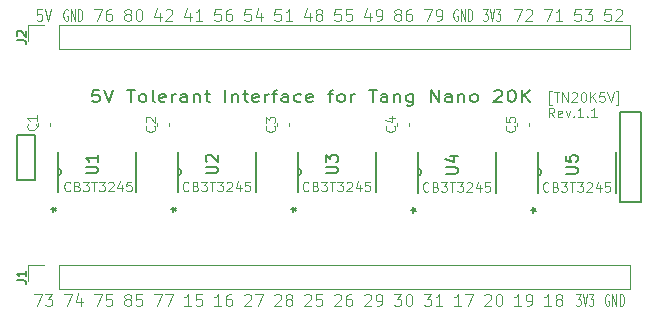
<source format=gbr>
%TF.GenerationSoftware,KiCad,Pcbnew,7.0.2*%
%TF.CreationDate,2023-06-15T20:21:22+09:00*%
%TF.ProjectId,TangNano5V,54616e67-4e61-46e6-9f35-562e6b696361,rev?*%
%TF.SameCoordinates,Original*%
%TF.FileFunction,Legend,Top*%
%TF.FilePolarity,Positive*%
%FSLAX46Y46*%
G04 Gerber Fmt 4.6, Leading zero omitted, Abs format (unit mm)*
G04 Created by KiCad (PCBNEW 7.0.2) date 2023-06-15 20:21:22*
%MOMM*%
%LPD*%
G01*
G04 APERTURE LIST*
%ADD10C,0.150000*%
%ADD11C,0.120000*%
%ADD12C,0.200000*%
%ADD13C,0.100000*%
%ADD14C,0.152400*%
G04 APERTURE END LIST*
D10*
X254000Y-10795000D02*
X1778000Y-10795000D01*
X1778000Y-14605000D01*
X254000Y-14605000D01*
X254000Y-10795000D01*
X51308000Y-8890000D02*
X53086000Y-8890000D01*
X53086000Y-16510000D01*
X51308000Y-16510000D01*
X51308000Y-8890000D01*
D11*
X9524952Y-576190D02*
X9429714Y-528571D01*
X9429714Y-528571D02*
X9382095Y-480952D01*
X9382095Y-480952D02*
X9334476Y-385714D01*
X9334476Y-385714D02*
X9334476Y-338095D01*
X9334476Y-338095D02*
X9382095Y-242857D01*
X9382095Y-242857D02*
X9429714Y-195238D01*
X9429714Y-195238D02*
X9524952Y-147619D01*
X9524952Y-147619D02*
X9715428Y-147619D01*
X9715428Y-147619D02*
X9810666Y-195238D01*
X9810666Y-195238D02*
X9858285Y-242857D01*
X9858285Y-242857D02*
X9905904Y-338095D01*
X9905904Y-338095D02*
X9905904Y-385714D01*
X9905904Y-385714D02*
X9858285Y-480952D01*
X9858285Y-480952D02*
X9810666Y-528571D01*
X9810666Y-528571D02*
X9715428Y-576190D01*
X9715428Y-576190D02*
X9524952Y-576190D01*
X9524952Y-576190D02*
X9429714Y-623809D01*
X9429714Y-623809D02*
X9382095Y-671428D01*
X9382095Y-671428D02*
X9334476Y-766666D01*
X9334476Y-766666D02*
X9334476Y-957142D01*
X9334476Y-957142D02*
X9382095Y-1052380D01*
X9382095Y-1052380D02*
X9429714Y-1100000D01*
X9429714Y-1100000D02*
X9524952Y-1147619D01*
X9524952Y-1147619D02*
X9715428Y-1147619D01*
X9715428Y-1147619D02*
X9810666Y-1100000D01*
X9810666Y-1100000D02*
X9858285Y-1052380D01*
X9858285Y-1052380D02*
X9905904Y-957142D01*
X9905904Y-957142D02*
X9905904Y-766666D01*
X9905904Y-766666D02*
X9858285Y-671428D01*
X9858285Y-671428D02*
X9810666Y-623809D01*
X9810666Y-623809D02*
X9715428Y-576190D01*
X10524952Y-147619D02*
X10620190Y-147619D01*
X10620190Y-147619D02*
X10715428Y-195238D01*
X10715428Y-195238D02*
X10763047Y-242857D01*
X10763047Y-242857D02*
X10810666Y-338095D01*
X10810666Y-338095D02*
X10858285Y-528571D01*
X10858285Y-528571D02*
X10858285Y-766666D01*
X10858285Y-766666D02*
X10810666Y-957142D01*
X10810666Y-957142D02*
X10763047Y-1052380D01*
X10763047Y-1052380D02*
X10715428Y-1100000D01*
X10715428Y-1100000D02*
X10620190Y-1147619D01*
X10620190Y-1147619D02*
X10524952Y-1147619D01*
X10524952Y-1147619D02*
X10429714Y-1100000D01*
X10429714Y-1100000D02*
X10382095Y-1052380D01*
X10382095Y-1052380D02*
X10334476Y-957142D01*
X10334476Y-957142D02*
X10286857Y-766666D01*
X10286857Y-766666D02*
X10286857Y-528571D01*
X10286857Y-528571D02*
X10334476Y-338095D01*
X10334476Y-338095D02*
X10382095Y-242857D01*
X10382095Y-242857D02*
X10429714Y-195238D01*
X10429714Y-195238D02*
X10524952Y-147619D01*
X47583714Y-24277619D02*
X47955142Y-24277619D01*
X47955142Y-24277619D02*
X47755142Y-24658571D01*
X47755142Y-24658571D02*
X47840857Y-24658571D01*
X47840857Y-24658571D02*
X47898000Y-24706190D01*
X47898000Y-24706190D02*
X47926571Y-24753809D01*
X47926571Y-24753809D02*
X47955142Y-24849047D01*
X47955142Y-24849047D02*
X47955142Y-25087142D01*
X47955142Y-25087142D02*
X47926571Y-25182380D01*
X47926571Y-25182380D02*
X47898000Y-25230000D01*
X47898000Y-25230000D02*
X47840857Y-25277619D01*
X47840857Y-25277619D02*
X47669428Y-25277619D01*
X47669428Y-25277619D02*
X47612285Y-25230000D01*
X47612285Y-25230000D02*
X47583714Y-25182380D01*
X48126571Y-24277619D02*
X48326571Y-25277619D01*
X48326571Y-25277619D02*
X48526571Y-24277619D01*
X48669429Y-24277619D02*
X49040857Y-24277619D01*
X49040857Y-24277619D02*
X48840857Y-24658571D01*
X48840857Y-24658571D02*
X48926572Y-24658571D01*
X48926572Y-24658571D02*
X48983715Y-24706190D01*
X48983715Y-24706190D02*
X49012286Y-24753809D01*
X49012286Y-24753809D02*
X49040857Y-24849047D01*
X49040857Y-24849047D02*
X49040857Y-25087142D01*
X49040857Y-25087142D02*
X49012286Y-25182380D01*
X49012286Y-25182380D02*
X48983715Y-25230000D01*
X48983715Y-25230000D02*
X48926572Y-25277619D01*
X48926572Y-25277619D02*
X48755143Y-25277619D01*
X48755143Y-25277619D02*
X48698000Y-25230000D01*
X48698000Y-25230000D02*
X48669429Y-25182380D01*
X50498285Y-147619D02*
X50022095Y-147619D01*
X50022095Y-147619D02*
X49974476Y-623809D01*
X49974476Y-623809D02*
X50022095Y-576190D01*
X50022095Y-576190D02*
X50117333Y-528571D01*
X50117333Y-528571D02*
X50355428Y-528571D01*
X50355428Y-528571D02*
X50450666Y-576190D01*
X50450666Y-576190D02*
X50498285Y-623809D01*
X50498285Y-623809D02*
X50545904Y-719047D01*
X50545904Y-719047D02*
X50545904Y-957142D01*
X50545904Y-957142D02*
X50498285Y-1052380D01*
X50498285Y-1052380D02*
X50450666Y-1100000D01*
X50450666Y-1100000D02*
X50355428Y-1147619D01*
X50355428Y-1147619D02*
X50117333Y-1147619D01*
X50117333Y-1147619D02*
X50022095Y-1100000D01*
X50022095Y-1100000D02*
X49974476Y-1052380D01*
X50926857Y-242857D02*
X50974476Y-195238D01*
X50974476Y-195238D02*
X51069714Y-147619D01*
X51069714Y-147619D02*
X51307809Y-147619D01*
X51307809Y-147619D02*
X51403047Y-195238D01*
X51403047Y-195238D02*
X51450666Y-242857D01*
X51450666Y-242857D02*
X51498285Y-338095D01*
X51498285Y-338095D02*
X51498285Y-433333D01*
X51498285Y-433333D02*
X51450666Y-576190D01*
X51450666Y-576190D02*
X50879238Y-1147619D01*
X50879238Y-1147619D02*
X51498285Y-1147619D01*
X22558285Y-147619D02*
X22082095Y-147619D01*
X22082095Y-147619D02*
X22034476Y-623809D01*
X22034476Y-623809D02*
X22082095Y-576190D01*
X22082095Y-576190D02*
X22177333Y-528571D01*
X22177333Y-528571D02*
X22415428Y-528571D01*
X22415428Y-528571D02*
X22510666Y-576190D01*
X22510666Y-576190D02*
X22558285Y-623809D01*
X22558285Y-623809D02*
X22605904Y-719047D01*
X22605904Y-719047D02*
X22605904Y-957142D01*
X22605904Y-957142D02*
X22558285Y-1052380D01*
X22558285Y-1052380D02*
X22510666Y-1100000D01*
X22510666Y-1100000D02*
X22415428Y-1147619D01*
X22415428Y-1147619D02*
X22177333Y-1147619D01*
X22177333Y-1147619D02*
X22082095Y-1100000D01*
X22082095Y-1100000D02*
X22034476Y-1052380D01*
X23558285Y-1147619D02*
X22986857Y-1147619D01*
X23272571Y-1147619D02*
X23272571Y-147619D01*
X23272571Y-147619D02*
X23177333Y-290476D01*
X23177333Y-290476D02*
X23082095Y-385714D01*
X23082095Y-385714D02*
X22986857Y-433333D01*
X4206857Y-24277619D02*
X4873523Y-24277619D01*
X4873523Y-24277619D02*
X4444952Y-25277619D01*
X5683047Y-24610952D02*
X5683047Y-25277619D01*
X5444952Y-24230000D02*
X5206857Y-24944285D01*
X5206857Y-24944285D02*
X5825904Y-24944285D01*
X12350666Y-480952D02*
X12350666Y-1147619D01*
X12112571Y-100000D02*
X11874476Y-814285D01*
X11874476Y-814285D02*
X12493523Y-814285D01*
X12826857Y-242857D02*
X12874476Y-195238D01*
X12874476Y-195238D02*
X12969714Y-147619D01*
X12969714Y-147619D02*
X13207809Y-147619D01*
X13207809Y-147619D02*
X13303047Y-195238D01*
X13303047Y-195238D02*
X13350666Y-242857D01*
X13350666Y-242857D02*
X13398285Y-338095D01*
X13398285Y-338095D02*
X13398285Y-433333D01*
X13398285Y-433333D02*
X13350666Y-576190D01*
X13350666Y-576190D02*
X12779238Y-1147619D01*
X12779238Y-1147619D02*
X13398285Y-1147619D01*
X34686857Y-24277619D02*
X35305904Y-24277619D01*
X35305904Y-24277619D02*
X34972571Y-24658571D01*
X34972571Y-24658571D02*
X35115428Y-24658571D01*
X35115428Y-24658571D02*
X35210666Y-24706190D01*
X35210666Y-24706190D02*
X35258285Y-24753809D01*
X35258285Y-24753809D02*
X35305904Y-24849047D01*
X35305904Y-24849047D02*
X35305904Y-25087142D01*
X35305904Y-25087142D02*
X35258285Y-25182380D01*
X35258285Y-25182380D02*
X35210666Y-25230000D01*
X35210666Y-25230000D02*
X35115428Y-25277619D01*
X35115428Y-25277619D02*
X34829714Y-25277619D01*
X34829714Y-25277619D02*
X34734476Y-25230000D01*
X34734476Y-25230000D02*
X34686857Y-25182380D01*
X36258285Y-25277619D02*
X35686857Y-25277619D01*
X35972571Y-25277619D02*
X35972571Y-24277619D01*
X35972571Y-24277619D02*
X35877333Y-24420476D01*
X35877333Y-24420476D02*
X35782095Y-24515714D01*
X35782095Y-24515714D02*
X35686857Y-24563333D01*
X19494476Y-24372857D02*
X19542095Y-24325238D01*
X19542095Y-24325238D02*
X19637333Y-24277619D01*
X19637333Y-24277619D02*
X19875428Y-24277619D01*
X19875428Y-24277619D02*
X19970666Y-24325238D01*
X19970666Y-24325238D02*
X20018285Y-24372857D01*
X20018285Y-24372857D02*
X20065904Y-24468095D01*
X20065904Y-24468095D02*
X20065904Y-24563333D01*
X20065904Y-24563333D02*
X20018285Y-24706190D01*
X20018285Y-24706190D02*
X19446857Y-25277619D01*
X19446857Y-25277619D02*
X20065904Y-25277619D01*
X20399238Y-24277619D02*
X21065904Y-24277619D01*
X21065904Y-24277619D02*
X20637333Y-25277619D01*
X32146857Y-24277619D02*
X32765904Y-24277619D01*
X32765904Y-24277619D02*
X32432571Y-24658571D01*
X32432571Y-24658571D02*
X32575428Y-24658571D01*
X32575428Y-24658571D02*
X32670666Y-24706190D01*
X32670666Y-24706190D02*
X32718285Y-24753809D01*
X32718285Y-24753809D02*
X32765904Y-24849047D01*
X32765904Y-24849047D02*
X32765904Y-25087142D01*
X32765904Y-25087142D02*
X32718285Y-25182380D01*
X32718285Y-25182380D02*
X32670666Y-25230000D01*
X32670666Y-25230000D02*
X32575428Y-25277619D01*
X32575428Y-25277619D02*
X32289714Y-25277619D01*
X32289714Y-25277619D02*
X32194476Y-25230000D01*
X32194476Y-25230000D02*
X32146857Y-25182380D01*
X33384952Y-24277619D02*
X33480190Y-24277619D01*
X33480190Y-24277619D02*
X33575428Y-24325238D01*
X33575428Y-24325238D02*
X33623047Y-24372857D01*
X33623047Y-24372857D02*
X33670666Y-24468095D01*
X33670666Y-24468095D02*
X33718285Y-24658571D01*
X33718285Y-24658571D02*
X33718285Y-24896666D01*
X33718285Y-24896666D02*
X33670666Y-25087142D01*
X33670666Y-25087142D02*
X33623047Y-25182380D01*
X33623047Y-25182380D02*
X33575428Y-25230000D01*
X33575428Y-25230000D02*
X33480190Y-25277619D01*
X33480190Y-25277619D02*
X33384952Y-25277619D01*
X33384952Y-25277619D02*
X33289714Y-25230000D01*
X33289714Y-25230000D02*
X33242095Y-25182380D01*
X33242095Y-25182380D02*
X33194476Y-25087142D01*
X33194476Y-25087142D02*
X33146857Y-24896666D01*
X33146857Y-24896666D02*
X33146857Y-24658571D01*
X33146857Y-24658571D02*
X33194476Y-24468095D01*
X33194476Y-24468095D02*
X33242095Y-24372857D01*
X33242095Y-24372857D02*
X33289714Y-24325238D01*
X33289714Y-24325238D02*
X33384952Y-24277619D01*
X47958285Y-147619D02*
X47482095Y-147619D01*
X47482095Y-147619D02*
X47434476Y-623809D01*
X47434476Y-623809D02*
X47482095Y-576190D01*
X47482095Y-576190D02*
X47577333Y-528571D01*
X47577333Y-528571D02*
X47815428Y-528571D01*
X47815428Y-528571D02*
X47910666Y-576190D01*
X47910666Y-576190D02*
X47958285Y-623809D01*
X47958285Y-623809D02*
X48005904Y-719047D01*
X48005904Y-719047D02*
X48005904Y-957142D01*
X48005904Y-957142D02*
X47958285Y-1052380D01*
X47958285Y-1052380D02*
X47910666Y-1100000D01*
X47910666Y-1100000D02*
X47815428Y-1147619D01*
X47815428Y-1147619D02*
X47577333Y-1147619D01*
X47577333Y-1147619D02*
X47482095Y-1100000D01*
X47482095Y-1100000D02*
X47434476Y-1052380D01*
X48339238Y-147619D02*
X48958285Y-147619D01*
X48958285Y-147619D02*
X48624952Y-528571D01*
X48624952Y-528571D02*
X48767809Y-528571D01*
X48767809Y-528571D02*
X48863047Y-576190D01*
X48863047Y-576190D02*
X48910666Y-623809D01*
X48910666Y-623809D02*
X48958285Y-719047D01*
X48958285Y-719047D02*
X48958285Y-957142D01*
X48958285Y-957142D02*
X48910666Y-1052380D01*
X48910666Y-1052380D02*
X48863047Y-1100000D01*
X48863047Y-1100000D02*
X48767809Y-1147619D01*
X48767809Y-1147619D02*
X48482095Y-1147619D01*
X48482095Y-1147619D02*
X48386857Y-1100000D01*
X48386857Y-1100000D02*
X48339238Y-1052380D01*
X1666857Y-24277619D02*
X2333523Y-24277619D01*
X2333523Y-24277619D02*
X1904952Y-25277619D01*
X2619238Y-24277619D02*
X3238285Y-24277619D01*
X3238285Y-24277619D02*
X2904952Y-24658571D01*
X2904952Y-24658571D02*
X3047809Y-24658571D01*
X3047809Y-24658571D02*
X3143047Y-24706190D01*
X3143047Y-24706190D02*
X3190666Y-24753809D01*
X3190666Y-24753809D02*
X3238285Y-24849047D01*
X3238285Y-24849047D02*
X3238285Y-25087142D01*
X3238285Y-25087142D02*
X3190666Y-25182380D01*
X3190666Y-25182380D02*
X3143047Y-25230000D01*
X3143047Y-25230000D02*
X3047809Y-25277619D01*
X3047809Y-25277619D02*
X2762095Y-25277619D01*
X2762095Y-25277619D02*
X2666857Y-25230000D01*
X2666857Y-25230000D02*
X2619238Y-25182380D01*
X34686857Y-147619D02*
X35353523Y-147619D01*
X35353523Y-147619D02*
X34924952Y-1147619D01*
X35782095Y-1147619D02*
X35972571Y-1147619D01*
X35972571Y-1147619D02*
X36067809Y-1100000D01*
X36067809Y-1100000D02*
X36115428Y-1052380D01*
X36115428Y-1052380D02*
X36210666Y-909523D01*
X36210666Y-909523D02*
X36258285Y-719047D01*
X36258285Y-719047D02*
X36258285Y-338095D01*
X36258285Y-338095D02*
X36210666Y-242857D01*
X36210666Y-242857D02*
X36163047Y-195238D01*
X36163047Y-195238D02*
X36067809Y-147619D01*
X36067809Y-147619D02*
X35877333Y-147619D01*
X35877333Y-147619D02*
X35782095Y-195238D01*
X35782095Y-195238D02*
X35734476Y-242857D01*
X35734476Y-242857D02*
X35686857Y-338095D01*
X35686857Y-338095D02*
X35686857Y-576190D01*
X35686857Y-576190D02*
X35734476Y-671428D01*
X35734476Y-671428D02*
X35782095Y-719047D01*
X35782095Y-719047D02*
X35877333Y-766666D01*
X35877333Y-766666D02*
X36067809Y-766666D01*
X36067809Y-766666D02*
X36163047Y-719047D01*
X36163047Y-719047D02*
X36210666Y-671428D01*
X36210666Y-671428D02*
X36258285Y-576190D01*
X17478285Y-147619D02*
X17002095Y-147619D01*
X17002095Y-147619D02*
X16954476Y-623809D01*
X16954476Y-623809D02*
X17002095Y-576190D01*
X17002095Y-576190D02*
X17097333Y-528571D01*
X17097333Y-528571D02*
X17335428Y-528571D01*
X17335428Y-528571D02*
X17430666Y-576190D01*
X17430666Y-576190D02*
X17478285Y-623809D01*
X17478285Y-623809D02*
X17525904Y-719047D01*
X17525904Y-719047D02*
X17525904Y-957142D01*
X17525904Y-957142D02*
X17478285Y-1052380D01*
X17478285Y-1052380D02*
X17430666Y-1100000D01*
X17430666Y-1100000D02*
X17335428Y-1147619D01*
X17335428Y-1147619D02*
X17097333Y-1147619D01*
X17097333Y-1147619D02*
X17002095Y-1100000D01*
X17002095Y-1100000D02*
X16954476Y-1052380D01*
X18383047Y-147619D02*
X18192571Y-147619D01*
X18192571Y-147619D02*
X18097333Y-195238D01*
X18097333Y-195238D02*
X18049714Y-242857D01*
X18049714Y-242857D02*
X17954476Y-385714D01*
X17954476Y-385714D02*
X17906857Y-576190D01*
X17906857Y-576190D02*
X17906857Y-957142D01*
X17906857Y-957142D02*
X17954476Y-1052380D01*
X17954476Y-1052380D02*
X18002095Y-1100000D01*
X18002095Y-1100000D02*
X18097333Y-1147619D01*
X18097333Y-1147619D02*
X18287809Y-1147619D01*
X18287809Y-1147619D02*
X18383047Y-1100000D01*
X18383047Y-1100000D02*
X18430666Y-1052380D01*
X18430666Y-1052380D02*
X18478285Y-957142D01*
X18478285Y-957142D02*
X18478285Y-719047D01*
X18478285Y-719047D02*
X18430666Y-623809D01*
X18430666Y-623809D02*
X18383047Y-576190D01*
X18383047Y-576190D02*
X18287809Y-528571D01*
X18287809Y-528571D02*
X18097333Y-528571D01*
X18097333Y-528571D02*
X18002095Y-576190D01*
X18002095Y-576190D02*
X17954476Y-623809D01*
X17954476Y-623809D02*
X17906857Y-719047D01*
X30130666Y-480952D02*
X30130666Y-1147619D01*
X29892571Y-100000D02*
X29654476Y-814285D01*
X29654476Y-814285D02*
X30273523Y-814285D01*
X30702095Y-1147619D02*
X30892571Y-1147619D01*
X30892571Y-1147619D02*
X30987809Y-1100000D01*
X30987809Y-1100000D02*
X31035428Y-1052380D01*
X31035428Y-1052380D02*
X31130666Y-909523D01*
X31130666Y-909523D02*
X31178285Y-719047D01*
X31178285Y-719047D02*
X31178285Y-338095D01*
X31178285Y-338095D02*
X31130666Y-242857D01*
X31130666Y-242857D02*
X31083047Y-195238D01*
X31083047Y-195238D02*
X30987809Y-147619D01*
X30987809Y-147619D02*
X30797333Y-147619D01*
X30797333Y-147619D02*
X30702095Y-195238D01*
X30702095Y-195238D02*
X30654476Y-242857D01*
X30654476Y-242857D02*
X30606857Y-338095D01*
X30606857Y-338095D02*
X30606857Y-576190D01*
X30606857Y-576190D02*
X30654476Y-671428D01*
X30654476Y-671428D02*
X30702095Y-719047D01*
X30702095Y-719047D02*
X30797333Y-766666D01*
X30797333Y-766666D02*
X30987809Y-766666D01*
X30987809Y-766666D02*
X31083047Y-719047D01*
X31083047Y-719047D02*
X31130666Y-671428D01*
X31130666Y-671428D02*
X31178285Y-576190D01*
X14890666Y-480952D02*
X14890666Y-1147619D01*
X14652571Y-100000D02*
X14414476Y-814285D01*
X14414476Y-814285D02*
X15033523Y-814285D01*
X15938285Y-1147619D02*
X15366857Y-1147619D01*
X15652571Y-1147619D02*
X15652571Y-147619D01*
X15652571Y-147619D02*
X15557333Y-290476D01*
X15557333Y-290476D02*
X15462095Y-385714D01*
X15462095Y-385714D02*
X15366857Y-433333D01*
X6746857Y-24277619D02*
X7413523Y-24277619D01*
X7413523Y-24277619D02*
X6984952Y-25277619D01*
X8270666Y-24277619D02*
X7794476Y-24277619D01*
X7794476Y-24277619D02*
X7746857Y-24753809D01*
X7746857Y-24753809D02*
X7794476Y-24706190D01*
X7794476Y-24706190D02*
X7889714Y-24658571D01*
X7889714Y-24658571D02*
X8127809Y-24658571D01*
X8127809Y-24658571D02*
X8223047Y-24706190D01*
X8223047Y-24706190D02*
X8270666Y-24753809D01*
X8270666Y-24753809D02*
X8318285Y-24849047D01*
X8318285Y-24849047D02*
X8318285Y-25087142D01*
X8318285Y-25087142D02*
X8270666Y-25182380D01*
X8270666Y-25182380D02*
X8223047Y-25230000D01*
X8223047Y-25230000D02*
X8127809Y-25277619D01*
X8127809Y-25277619D02*
X7889714Y-25277619D01*
X7889714Y-25277619D02*
X7794476Y-25230000D01*
X7794476Y-25230000D02*
X7746857Y-25182380D01*
X37541142Y-195238D02*
X37484000Y-147619D01*
X37484000Y-147619D02*
X37398285Y-147619D01*
X37398285Y-147619D02*
X37312571Y-195238D01*
X37312571Y-195238D02*
X37255428Y-290476D01*
X37255428Y-290476D02*
X37226857Y-385714D01*
X37226857Y-385714D02*
X37198285Y-576190D01*
X37198285Y-576190D02*
X37198285Y-719047D01*
X37198285Y-719047D02*
X37226857Y-909523D01*
X37226857Y-909523D02*
X37255428Y-1004761D01*
X37255428Y-1004761D02*
X37312571Y-1100000D01*
X37312571Y-1100000D02*
X37398285Y-1147619D01*
X37398285Y-1147619D02*
X37455428Y-1147619D01*
X37455428Y-1147619D02*
X37541142Y-1100000D01*
X37541142Y-1100000D02*
X37569714Y-1052380D01*
X37569714Y-1052380D02*
X37569714Y-719047D01*
X37569714Y-719047D02*
X37455428Y-719047D01*
X37826857Y-1147619D02*
X37826857Y-147619D01*
X37826857Y-147619D02*
X38169714Y-1147619D01*
X38169714Y-1147619D02*
X38169714Y-147619D01*
X38455428Y-1147619D02*
X38455428Y-147619D01*
X38455428Y-147619D02*
X38598285Y-147619D01*
X38598285Y-147619D02*
X38683999Y-195238D01*
X38683999Y-195238D02*
X38741142Y-290476D01*
X38741142Y-290476D02*
X38769713Y-385714D01*
X38769713Y-385714D02*
X38798285Y-576190D01*
X38798285Y-576190D02*
X38798285Y-719047D01*
X38798285Y-719047D02*
X38769713Y-909523D01*
X38769713Y-909523D02*
X38741142Y-1004761D01*
X38741142Y-1004761D02*
X38683999Y-1100000D01*
X38683999Y-1100000D02*
X38598285Y-1147619D01*
X38598285Y-1147619D02*
X38455428Y-1147619D01*
X27638285Y-147619D02*
X27162095Y-147619D01*
X27162095Y-147619D02*
X27114476Y-623809D01*
X27114476Y-623809D02*
X27162095Y-576190D01*
X27162095Y-576190D02*
X27257333Y-528571D01*
X27257333Y-528571D02*
X27495428Y-528571D01*
X27495428Y-528571D02*
X27590666Y-576190D01*
X27590666Y-576190D02*
X27638285Y-623809D01*
X27638285Y-623809D02*
X27685904Y-719047D01*
X27685904Y-719047D02*
X27685904Y-957142D01*
X27685904Y-957142D02*
X27638285Y-1052380D01*
X27638285Y-1052380D02*
X27590666Y-1100000D01*
X27590666Y-1100000D02*
X27495428Y-1147619D01*
X27495428Y-1147619D02*
X27257333Y-1147619D01*
X27257333Y-1147619D02*
X27162095Y-1100000D01*
X27162095Y-1100000D02*
X27114476Y-1052380D01*
X28590666Y-147619D02*
X28114476Y-147619D01*
X28114476Y-147619D02*
X28066857Y-623809D01*
X28066857Y-623809D02*
X28114476Y-576190D01*
X28114476Y-576190D02*
X28209714Y-528571D01*
X28209714Y-528571D02*
X28447809Y-528571D01*
X28447809Y-528571D02*
X28543047Y-576190D01*
X28543047Y-576190D02*
X28590666Y-623809D01*
X28590666Y-623809D02*
X28638285Y-719047D01*
X28638285Y-719047D02*
X28638285Y-957142D01*
X28638285Y-957142D02*
X28590666Y-1052380D01*
X28590666Y-1052380D02*
X28543047Y-1100000D01*
X28543047Y-1100000D02*
X28447809Y-1147619D01*
X28447809Y-1147619D02*
X28209714Y-1147619D01*
X28209714Y-1147619D02*
X28114476Y-1100000D01*
X28114476Y-1100000D02*
X28066857Y-1052380D01*
X42925904Y-25277619D02*
X42354476Y-25277619D01*
X42640190Y-25277619D02*
X42640190Y-24277619D01*
X42640190Y-24277619D02*
X42544952Y-24420476D01*
X42544952Y-24420476D02*
X42449714Y-24515714D01*
X42449714Y-24515714D02*
X42354476Y-24563333D01*
X43402095Y-25277619D02*
X43592571Y-25277619D01*
X43592571Y-25277619D02*
X43687809Y-25230000D01*
X43687809Y-25230000D02*
X43735428Y-25182380D01*
X43735428Y-25182380D02*
X43830666Y-25039523D01*
X43830666Y-25039523D02*
X43878285Y-24849047D01*
X43878285Y-24849047D02*
X43878285Y-24468095D01*
X43878285Y-24468095D02*
X43830666Y-24372857D01*
X43830666Y-24372857D02*
X43783047Y-24325238D01*
X43783047Y-24325238D02*
X43687809Y-24277619D01*
X43687809Y-24277619D02*
X43497333Y-24277619D01*
X43497333Y-24277619D02*
X43402095Y-24325238D01*
X43402095Y-24325238D02*
X43354476Y-24372857D01*
X43354476Y-24372857D02*
X43306857Y-24468095D01*
X43306857Y-24468095D02*
X43306857Y-24706190D01*
X43306857Y-24706190D02*
X43354476Y-24801428D01*
X43354476Y-24801428D02*
X43402095Y-24849047D01*
X43402095Y-24849047D02*
X43497333Y-24896666D01*
X43497333Y-24896666D02*
X43687809Y-24896666D01*
X43687809Y-24896666D02*
X43783047Y-24849047D01*
X43783047Y-24849047D02*
X43830666Y-24801428D01*
X43830666Y-24801428D02*
X43878285Y-24706190D01*
X42306857Y-147619D02*
X42973523Y-147619D01*
X42973523Y-147619D02*
X42544952Y-1147619D01*
X43306857Y-242857D02*
X43354476Y-195238D01*
X43354476Y-195238D02*
X43449714Y-147619D01*
X43449714Y-147619D02*
X43687809Y-147619D01*
X43687809Y-147619D02*
X43783047Y-195238D01*
X43783047Y-195238D02*
X43830666Y-242857D01*
X43830666Y-242857D02*
X43878285Y-338095D01*
X43878285Y-338095D02*
X43878285Y-433333D01*
X43878285Y-433333D02*
X43830666Y-576190D01*
X43830666Y-576190D02*
X43259238Y-1147619D01*
X43259238Y-1147619D02*
X43878285Y-1147619D01*
X32384952Y-576190D02*
X32289714Y-528571D01*
X32289714Y-528571D02*
X32242095Y-480952D01*
X32242095Y-480952D02*
X32194476Y-385714D01*
X32194476Y-385714D02*
X32194476Y-338095D01*
X32194476Y-338095D02*
X32242095Y-242857D01*
X32242095Y-242857D02*
X32289714Y-195238D01*
X32289714Y-195238D02*
X32384952Y-147619D01*
X32384952Y-147619D02*
X32575428Y-147619D01*
X32575428Y-147619D02*
X32670666Y-195238D01*
X32670666Y-195238D02*
X32718285Y-242857D01*
X32718285Y-242857D02*
X32765904Y-338095D01*
X32765904Y-338095D02*
X32765904Y-385714D01*
X32765904Y-385714D02*
X32718285Y-480952D01*
X32718285Y-480952D02*
X32670666Y-528571D01*
X32670666Y-528571D02*
X32575428Y-576190D01*
X32575428Y-576190D02*
X32384952Y-576190D01*
X32384952Y-576190D02*
X32289714Y-623809D01*
X32289714Y-623809D02*
X32242095Y-671428D01*
X32242095Y-671428D02*
X32194476Y-766666D01*
X32194476Y-766666D02*
X32194476Y-957142D01*
X32194476Y-957142D02*
X32242095Y-1052380D01*
X32242095Y-1052380D02*
X32289714Y-1100000D01*
X32289714Y-1100000D02*
X32384952Y-1147619D01*
X32384952Y-1147619D02*
X32575428Y-1147619D01*
X32575428Y-1147619D02*
X32670666Y-1100000D01*
X32670666Y-1100000D02*
X32718285Y-1052380D01*
X32718285Y-1052380D02*
X32765904Y-957142D01*
X32765904Y-957142D02*
X32765904Y-766666D01*
X32765904Y-766666D02*
X32718285Y-671428D01*
X32718285Y-671428D02*
X32670666Y-623809D01*
X32670666Y-623809D02*
X32575428Y-576190D01*
X33623047Y-147619D02*
X33432571Y-147619D01*
X33432571Y-147619D02*
X33337333Y-195238D01*
X33337333Y-195238D02*
X33289714Y-242857D01*
X33289714Y-242857D02*
X33194476Y-385714D01*
X33194476Y-385714D02*
X33146857Y-576190D01*
X33146857Y-576190D02*
X33146857Y-957142D01*
X33146857Y-957142D02*
X33194476Y-1052380D01*
X33194476Y-1052380D02*
X33242095Y-1100000D01*
X33242095Y-1100000D02*
X33337333Y-1147619D01*
X33337333Y-1147619D02*
X33527809Y-1147619D01*
X33527809Y-1147619D02*
X33623047Y-1100000D01*
X33623047Y-1100000D02*
X33670666Y-1052380D01*
X33670666Y-1052380D02*
X33718285Y-957142D01*
X33718285Y-957142D02*
X33718285Y-719047D01*
X33718285Y-719047D02*
X33670666Y-623809D01*
X33670666Y-623809D02*
X33623047Y-576190D01*
X33623047Y-576190D02*
X33527809Y-528571D01*
X33527809Y-528571D02*
X33337333Y-528571D01*
X33337333Y-528571D02*
X33242095Y-576190D01*
X33242095Y-576190D02*
X33194476Y-623809D01*
X33194476Y-623809D02*
X33146857Y-719047D01*
X25050666Y-480952D02*
X25050666Y-1147619D01*
X24812571Y-100000D02*
X24574476Y-814285D01*
X24574476Y-814285D02*
X25193523Y-814285D01*
X25717333Y-576190D02*
X25622095Y-528571D01*
X25622095Y-528571D02*
X25574476Y-480952D01*
X25574476Y-480952D02*
X25526857Y-385714D01*
X25526857Y-385714D02*
X25526857Y-338095D01*
X25526857Y-338095D02*
X25574476Y-242857D01*
X25574476Y-242857D02*
X25622095Y-195238D01*
X25622095Y-195238D02*
X25717333Y-147619D01*
X25717333Y-147619D02*
X25907809Y-147619D01*
X25907809Y-147619D02*
X26003047Y-195238D01*
X26003047Y-195238D02*
X26050666Y-242857D01*
X26050666Y-242857D02*
X26098285Y-338095D01*
X26098285Y-338095D02*
X26098285Y-385714D01*
X26098285Y-385714D02*
X26050666Y-480952D01*
X26050666Y-480952D02*
X26003047Y-528571D01*
X26003047Y-528571D02*
X25907809Y-576190D01*
X25907809Y-576190D02*
X25717333Y-576190D01*
X25717333Y-576190D02*
X25622095Y-623809D01*
X25622095Y-623809D02*
X25574476Y-671428D01*
X25574476Y-671428D02*
X25526857Y-766666D01*
X25526857Y-766666D02*
X25526857Y-957142D01*
X25526857Y-957142D02*
X25574476Y-1052380D01*
X25574476Y-1052380D02*
X25622095Y-1100000D01*
X25622095Y-1100000D02*
X25717333Y-1147619D01*
X25717333Y-1147619D02*
X25907809Y-1147619D01*
X25907809Y-1147619D02*
X26003047Y-1100000D01*
X26003047Y-1100000D02*
X26050666Y-1052380D01*
X26050666Y-1052380D02*
X26098285Y-957142D01*
X26098285Y-957142D02*
X26098285Y-766666D01*
X26098285Y-766666D02*
X26050666Y-671428D01*
X26050666Y-671428D02*
X26003047Y-623809D01*
X26003047Y-623809D02*
X25907809Y-576190D01*
X20018285Y-147619D02*
X19542095Y-147619D01*
X19542095Y-147619D02*
X19494476Y-623809D01*
X19494476Y-623809D02*
X19542095Y-576190D01*
X19542095Y-576190D02*
X19637333Y-528571D01*
X19637333Y-528571D02*
X19875428Y-528571D01*
X19875428Y-528571D02*
X19970666Y-576190D01*
X19970666Y-576190D02*
X20018285Y-623809D01*
X20018285Y-623809D02*
X20065904Y-719047D01*
X20065904Y-719047D02*
X20065904Y-957142D01*
X20065904Y-957142D02*
X20018285Y-1052380D01*
X20018285Y-1052380D02*
X19970666Y-1100000D01*
X19970666Y-1100000D02*
X19875428Y-1147619D01*
X19875428Y-1147619D02*
X19637333Y-1147619D01*
X19637333Y-1147619D02*
X19542095Y-1100000D01*
X19542095Y-1100000D02*
X19494476Y-1052380D01*
X20923047Y-480952D02*
X20923047Y-1147619D01*
X20684952Y-100000D02*
X20446857Y-814285D01*
X20446857Y-814285D02*
X21065904Y-814285D01*
X39709714Y-147619D02*
X40081142Y-147619D01*
X40081142Y-147619D02*
X39881142Y-528571D01*
X39881142Y-528571D02*
X39966857Y-528571D01*
X39966857Y-528571D02*
X40024000Y-576190D01*
X40024000Y-576190D02*
X40052571Y-623809D01*
X40052571Y-623809D02*
X40081142Y-719047D01*
X40081142Y-719047D02*
X40081142Y-957142D01*
X40081142Y-957142D02*
X40052571Y-1052380D01*
X40052571Y-1052380D02*
X40024000Y-1100000D01*
X40024000Y-1100000D02*
X39966857Y-1147619D01*
X39966857Y-1147619D02*
X39795428Y-1147619D01*
X39795428Y-1147619D02*
X39738285Y-1100000D01*
X39738285Y-1100000D02*
X39709714Y-1052380D01*
X40252571Y-147619D02*
X40452571Y-1147619D01*
X40452571Y-1147619D02*
X40652571Y-147619D01*
X40795429Y-147619D02*
X41166857Y-147619D01*
X41166857Y-147619D02*
X40966857Y-528571D01*
X40966857Y-528571D02*
X41052572Y-528571D01*
X41052572Y-528571D02*
X41109715Y-576190D01*
X41109715Y-576190D02*
X41138286Y-623809D01*
X41138286Y-623809D02*
X41166857Y-719047D01*
X41166857Y-719047D02*
X41166857Y-957142D01*
X41166857Y-957142D02*
X41138286Y-1052380D01*
X41138286Y-1052380D02*
X41109715Y-1100000D01*
X41109715Y-1100000D02*
X41052572Y-1147619D01*
X41052572Y-1147619D02*
X40881143Y-1147619D01*
X40881143Y-1147619D02*
X40824000Y-1100000D01*
X40824000Y-1100000D02*
X40795429Y-1052380D01*
X22034476Y-24372857D02*
X22082095Y-24325238D01*
X22082095Y-24325238D02*
X22177333Y-24277619D01*
X22177333Y-24277619D02*
X22415428Y-24277619D01*
X22415428Y-24277619D02*
X22510666Y-24325238D01*
X22510666Y-24325238D02*
X22558285Y-24372857D01*
X22558285Y-24372857D02*
X22605904Y-24468095D01*
X22605904Y-24468095D02*
X22605904Y-24563333D01*
X22605904Y-24563333D02*
X22558285Y-24706190D01*
X22558285Y-24706190D02*
X21986857Y-25277619D01*
X21986857Y-25277619D02*
X22605904Y-25277619D01*
X23177333Y-24706190D02*
X23082095Y-24658571D01*
X23082095Y-24658571D02*
X23034476Y-24610952D01*
X23034476Y-24610952D02*
X22986857Y-24515714D01*
X22986857Y-24515714D02*
X22986857Y-24468095D01*
X22986857Y-24468095D02*
X23034476Y-24372857D01*
X23034476Y-24372857D02*
X23082095Y-24325238D01*
X23082095Y-24325238D02*
X23177333Y-24277619D01*
X23177333Y-24277619D02*
X23367809Y-24277619D01*
X23367809Y-24277619D02*
X23463047Y-24325238D01*
X23463047Y-24325238D02*
X23510666Y-24372857D01*
X23510666Y-24372857D02*
X23558285Y-24468095D01*
X23558285Y-24468095D02*
X23558285Y-24515714D01*
X23558285Y-24515714D02*
X23510666Y-24610952D01*
X23510666Y-24610952D02*
X23463047Y-24658571D01*
X23463047Y-24658571D02*
X23367809Y-24706190D01*
X23367809Y-24706190D02*
X23177333Y-24706190D01*
X23177333Y-24706190D02*
X23082095Y-24753809D01*
X23082095Y-24753809D02*
X23034476Y-24801428D01*
X23034476Y-24801428D02*
X22986857Y-24896666D01*
X22986857Y-24896666D02*
X22986857Y-25087142D01*
X22986857Y-25087142D02*
X23034476Y-25182380D01*
X23034476Y-25182380D02*
X23082095Y-25230000D01*
X23082095Y-25230000D02*
X23177333Y-25277619D01*
X23177333Y-25277619D02*
X23367809Y-25277619D01*
X23367809Y-25277619D02*
X23463047Y-25230000D01*
X23463047Y-25230000D02*
X23510666Y-25182380D01*
X23510666Y-25182380D02*
X23558285Y-25087142D01*
X23558285Y-25087142D02*
X23558285Y-24896666D01*
X23558285Y-24896666D02*
X23510666Y-24801428D01*
X23510666Y-24801428D02*
X23463047Y-24753809D01*
X23463047Y-24753809D02*
X23367809Y-24706190D01*
X4521142Y-195238D02*
X4464000Y-147619D01*
X4464000Y-147619D02*
X4378285Y-147619D01*
X4378285Y-147619D02*
X4292571Y-195238D01*
X4292571Y-195238D02*
X4235428Y-290476D01*
X4235428Y-290476D02*
X4206857Y-385714D01*
X4206857Y-385714D02*
X4178285Y-576190D01*
X4178285Y-576190D02*
X4178285Y-719047D01*
X4178285Y-719047D02*
X4206857Y-909523D01*
X4206857Y-909523D02*
X4235428Y-1004761D01*
X4235428Y-1004761D02*
X4292571Y-1100000D01*
X4292571Y-1100000D02*
X4378285Y-1147619D01*
X4378285Y-1147619D02*
X4435428Y-1147619D01*
X4435428Y-1147619D02*
X4521142Y-1100000D01*
X4521142Y-1100000D02*
X4549714Y-1052380D01*
X4549714Y-1052380D02*
X4549714Y-719047D01*
X4549714Y-719047D02*
X4435428Y-719047D01*
X4806857Y-1147619D02*
X4806857Y-147619D01*
X4806857Y-147619D02*
X5149714Y-1147619D01*
X5149714Y-1147619D02*
X5149714Y-147619D01*
X5435428Y-1147619D02*
X5435428Y-147619D01*
X5435428Y-147619D02*
X5578285Y-147619D01*
X5578285Y-147619D02*
X5663999Y-195238D01*
X5663999Y-195238D02*
X5721142Y-290476D01*
X5721142Y-290476D02*
X5749713Y-385714D01*
X5749713Y-385714D02*
X5778285Y-576190D01*
X5778285Y-576190D02*
X5778285Y-719047D01*
X5778285Y-719047D02*
X5749713Y-909523D01*
X5749713Y-909523D02*
X5721142Y-1004761D01*
X5721142Y-1004761D02*
X5663999Y-1100000D01*
X5663999Y-1100000D02*
X5578285Y-1147619D01*
X5578285Y-1147619D02*
X5435428Y-1147619D01*
X6746857Y-147619D02*
X7413523Y-147619D01*
X7413523Y-147619D02*
X6984952Y-1147619D01*
X8223047Y-147619D02*
X8032571Y-147619D01*
X8032571Y-147619D02*
X7937333Y-195238D01*
X7937333Y-195238D02*
X7889714Y-242857D01*
X7889714Y-242857D02*
X7794476Y-385714D01*
X7794476Y-385714D02*
X7746857Y-576190D01*
X7746857Y-576190D02*
X7746857Y-957142D01*
X7746857Y-957142D02*
X7794476Y-1052380D01*
X7794476Y-1052380D02*
X7842095Y-1100000D01*
X7842095Y-1100000D02*
X7937333Y-1147619D01*
X7937333Y-1147619D02*
X8127809Y-1147619D01*
X8127809Y-1147619D02*
X8223047Y-1100000D01*
X8223047Y-1100000D02*
X8270666Y-1052380D01*
X8270666Y-1052380D02*
X8318285Y-957142D01*
X8318285Y-957142D02*
X8318285Y-719047D01*
X8318285Y-719047D02*
X8270666Y-623809D01*
X8270666Y-623809D02*
X8223047Y-576190D01*
X8223047Y-576190D02*
X8127809Y-528571D01*
X8127809Y-528571D02*
X7937333Y-528571D01*
X7937333Y-528571D02*
X7842095Y-576190D01*
X7842095Y-576190D02*
X7794476Y-623809D01*
X7794476Y-623809D02*
X7746857Y-719047D01*
X9524952Y-24706190D02*
X9429714Y-24658571D01*
X9429714Y-24658571D02*
X9382095Y-24610952D01*
X9382095Y-24610952D02*
X9334476Y-24515714D01*
X9334476Y-24515714D02*
X9334476Y-24468095D01*
X9334476Y-24468095D02*
X9382095Y-24372857D01*
X9382095Y-24372857D02*
X9429714Y-24325238D01*
X9429714Y-24325238D02*
X9524952Y-24277619D01*
X9524952Y-24277619D02*
X9715428Y-24277619D01*
X9715428Y-24277619D02*
X9810666Y-24325238D01*
X9810666Y-24325238D02*
X9858285Y-24372857D01*
X9858285Y-24372857D02*
X9905904Y-24468095D01*
X9905904Y-24468095D02*
X9905904Y-24515714D01*
X9905904Y-24515714D02*
X9858285Y-24610952D01*
X9858285Y-24610952D02*
X9810666Y-24658571D01*
X9810666Y-24658571D02*
X9715428Y-24706190D01*
X9715428Y-24706190D02*
X9524952Y-24706190D01*
X9524952Y-24706190D02*
X9429714Y-24753809D01*
X9429714Y-24753809D02*
X9382095Y-24801428D01*
X9382095Y-24801428D02*
X9334476Y-24896666D01*
X9334476Y-24896666D02*
X9334476Y-25087142D01*
X9334476Y-25087142D02*
X9382095Y-25182380D01*
X9382095Y-25182380D02*
X9429714Y-25230000D01*
X9429714Y-25230000D02*
X9524952Y-25277619D01*
X9524952Y-25277619D02*
X9715428Y-25277619D01*
X9715428Y-25277619D02*
X9810666Y-25230000D01*
X9810666Y-25230000D02*
X9858285Y-25182380D01*
X9858285Y-25182380D02*
X9905904Y-25087142D01*
X9905904Y-25087142D02*
X9905904Y-24896666D01*
X9905904Y-24896666D02*
X9858285Y-24801428D01*
X9858285Y-24801428D02*
X9810666Y-24753809D01*
X9810666Y-24753809D02*
X9715428Y-24706190D01*
X10810666Y-24277619D02*
X10334476Y-24277619D01*
X10334476Y-24277619D02*
X10286857Y-24753809D01*
X10286857Y-24753809D02*
X10334476Y-24706190D01*
X10334476Y-24706190D02*
X10429714Y-24658571D01*
X10429714Y-24658571D02*
X10667809Y-24658571D01*
X10667809Y-24658571D02*
X10763047Y-24706190D01*
X10763047Y-24706190D02*
X10810666Y-24753809D01*
X10810666Y-24753809D02*
X10858285Y-24849047D01*
X10858285Y-24849047D02*
X10858285Y-25087142D01*
X10858285Y-25087142D02*
X10810666Y-25182380D01*
X10810666Y-25182380D02*
X10763047Y-25230000D01*
X10763047Y-25230000D02*
X10667809Y-25277619D01*
X10667809Y-25277619D02*
X10429714Y-25277619D01*
X10429714Y-25277619D02*
X10334476Y-25230000D01*
X10334476Y-25230000D02*
X10286857Y-25182380D01*
X27114476Y-24372857D02*
X27162095Y-24325238D01*
X27162095Y-24325238D02*
X27257333Y-24277619D01*
X27257333Y-24277619D02*
X27495428Y-24277619D01*
X27495428Y-24277619D02*
X27590666Y-24325238D01*
X27590666Y-24325238D02*
X27638285Y-24372857D01*
X27638285Y-24372857D02*
X27685904Y-24468095D01*
X27685904Y-24468095D02*
X27685904Y-24563333D01*
X27685904Y-24563333D02*
X27638285Y-24706190D01*
X27638285Y-24706190D02*
X27066857Y-25277619D01*
X27066857Y-25277619D02*
X27685904Y-25277619D01*
X28543047Y-24277619D02*
X28352571Y-24277619D01*
X28352571Y-24277619D02*
X28257333Y-24325238D01*
X28257333Y-24325238D02*
X28209714Y-24372857D01*
X28209714Y-24372857D02*
X28114476Y-24515714D01*
X28114476Y-24515714D02*
X28066857Y-24706190D01*
X28066857Y-24706190D02*
X28066857Y-25087142D01*
X28066857Y-25087142D02*
X28114476Y-25182380D01*
X28114476Y-25182380D02*
X28162095Y-25230000D01*
X28162095Y-25230000D02*
X28257333Y-25277619D01*
X28257333Y-25277619D02*
X28447809Y-25277619D01*
X28447809Y-25277619D02*
X28543047Y-25230000D01*
X28543047Y-25230000D02*
X28590666Y-25182380D01*
X28590666Y-25182380D02*
X28638285Y-25087142D01*
X28638285Y-25087142D02*
X28638285Y-24849047D01*
X28638285Y-24849047D02*
X28590666Y-24753809D01*
X28590666Y-24753809D02*
X28543047Y-24706190D01*
X28543047Y-24706190D02*
X28447809Y-24658571D01*
X28447809Y-24658571D02*
X28257333Y-24658571D01*
X28257333Y-24658571D02*
X28162095Y-24706190D01*
X28162095Y-24706190D02*
X28114476Y-24753809D01*
X28114476Y-24753809D02*
X28066857Y-24849047D01*
X14985904Y-25277619D02*
X14414476Y-25277619D01*
X14700190Y-25277619D02*
X14700190Y-24277619D01*
X14700190Y-24277619D02*
X14604952Y-24420476D01*
X14604952Y-24420476D02*
X14509714Y-24515714D01*
X14509714Y-24515714D02*
X14414476Y-24563333D01*
X15890666Y-24277619D02*
X15414476Y-24277619D01*
X15414476Y-24277619D02*
X15366857Y-24753809D01*
X15366857Y-24753809D02*
X15414476Y-24706190D01*
X15414476Y-24706190D02*
X15509714Y-24658571D01*
X15509714Y-24658571D02*
X15747809Y-24658571D01*
X15747809Y-24658571D02*
X15843047Y-24706190D01*
X15843047Y-24706190D02*
X15890666Y-24753809D01*
X15890666Y-24753809D02*
X15938285Y-24849047D01*
X15938285Y-24849047D02*
X15938285Y-25087142D01*
X15938285Y-25087142D02*
X15890666Y-25182380D01*
X15890666Y-25182380D02*
X15843047Y-25230000D01*
X15843047Y-25230000D02*
X15747809Y-25277619D01*
X15747809Y-25277619D02*
X15509714Y-25277619D01*
X15509714Y-25277619D02*
X15414476Y-25230000D01*
X15414476Y-25230000D02*
X15366857Y-25182380D01*
X45504047Y-8270761D02*
X45313571Y-8270761D01*
X45313571Y-8270761D02*
X45313571Y-7127904D01*
X45313571Y-7127904D02*
X45504047Y-7127904D01*
X45694523Y-7204095D02*
X46151666Y-7204095D01*
X45923094Y-8004095D02*
X45923094Y-7204095D01*
X46418333Y-8004095D02*
X46418333Y-7204095D01*
X46418333Y-7204095D02*
X46875476Y-8004095D01*
X46875476Y-8004095D02*
X46875476Y-7204095D01*
X47218332Y-7280285D02*
X47256428Y-7242190D01*
X47256428Y-7242190D02*
X47332618Y-7204095D01*
X47332618Y-7204095D02*
X47523094Y-7204095D01*
X47523094Y-7204095D02*
X47599285Y-7242190D01*
X47599285Y-7242190D02*
X47637380Y-7280285D01*
X47637380Y-7280285D02*
X47675475Y-7356476D01*
X47675475Y-7356476D02*
X47675475Y-7432666D01*
X47675475Y-7432666D02*
X47637380Y-7546952D01*
X47637380Y-7546952D02*
X47180237Y-8004095D01*
X47180237Y-8004095D02*
X47675475Y-8004095D01*
X48170714Y-7204095D02*
X48246904Y-7204095D01*
X48246904Y-7204095D02*
X48323095Y-7242190D01*
X48323095Y-7242190D02*
X48361190Y-7280285D01*
X48361190Y-7280285D02*
X48399285Y-7356476D01*
X48399285Y-7356476D02*
X48437380Y-7508857D01*
X48437380Y-7508857D02*
X48437380Y-7699333D01*
X48437380Y-7699333D02*
X48399285Y-7851714D01*
X48399285Y-7851714D02*
X48361190Y-7927904D01*
X48361190Y-7927904D02*
X48323095Y-7966000D01*
X48323095Y-7966000D02*
X48246904Y-8004095D01*
X48246904Y-8004095D02*
X48170714Y-8004095D01*
X48170714Y-8004095D02*
X48094523Y-7966000D01*
X48094523Y-7966000D02*
X48056428Y-7927904D01*
X48056428Y-7927904D02*
X48018333Y-7851714D01*
X48018333Y-7851714D02*
X47980237Y-7699333D01*
X47980237Y-7699333D02*
X47980237Y-7508857D01*
X47980237Y-7508857D02*
X48018333Y-7356476D01*
X48018333Y-7356476D02*
X48056428Y-7280285D01*
X48056428Y-7280285D02*
X48094523Y-7242190D01*
X48094523Y-7242190D02*
X48170714Y-7204095D01*
X48780238Y-8004095D02*
X48780238Y-7204095D01*
X49237381Y-8004095D02*
X48894523Y-7546952D01*
X49237381Y-7204095D02*
X48780238Y-7661238D01*
X49961190Y-7204095D02*
X49580238Y-7204095D01*
X49580238Y-7204095D02*
X49542142Y-7585047D01*
X49542142Y-7585047D02*
X49580238Y-7546952D01*
X49580238Y-7546952D02*
X49656428Y-7508857D01*
X49656428Y-7508857D02*
X49846904Y-7508857D01*
X49846904Y-7508857D02*
X49923095Y-7546952D01*
X49923095Y-7546952D02*
X49961190Y-7585047D01*
X49961190Y-7585047D02*
X49999285Y-7661238D01*
X49999285Y-7661238D02*
X49999285Y-7851714D01*
X49999285Y-7851714D02*
X49961190Y-7927904D01*
X49961190Y-7927904D02*
X49923095Y-7966000D01*
X49923095Y-7966000D02*
X49846904Y-8004095D01*
X49846904Y-8004095D02*
X49656428Y-8004095D01*
X49656428Y-8004095D02*
X49580238Y-7966000D01*
X49580238Y-7966000D02*
X49542142Y-7927904D01*
X50227857Y-7204095D02*
X50494524Y-8004095D01*
X50494524Y-8004095D02*
X50761190Y-7204095D01*
X50951666Y-8270761D02*
X51142142Y-8270761D01*
X51142142Y-8270761D02*
X51142142Y-7127904D01*
X51142142Y-7127904D02*
X50951666Y-7127904D01*
X45732619Y-9300095D02*
X45465952Y-8919142D01*
X45275476Y-9300095D02*
X45275476Y-8500095D01*
X45275476Y-8500095D02*
X45580238Y-8500095D01*
X45580238Y-8500095D02*
X45656428Y-8538190D01*
X45656428Y-8538190D02*
X45694523Y-8576285D01*
X45694523Y-8576285D02*
X45732619Y-8652476D01*
X45732619Y-8652476D02*
X45732619Y-8766761D01*
X45732619Y-8766761D02*
X45694523Y-8842952D01*
X45694523Y-8842952D02*
X45656428Y-8881047D01*
X45656428Y-8881047D02*
X45580238Y-8919142D01*
X45580238Y-8919142D02*
X45275476Y-8919142D01*
X46380238Y-9262000D02*
X46304047Y-9300095D01*
X46304047Y-9300095D02*
X46151666Y-9300095D01*
X46151666Y-9300095D02*
X46075476Y-9262000D01*
X46075476Y-9262000D02*
X46037380Y-9185809D01*
X46037380Y-9185809D02*
X46037380Y-8881047D01*
X46037380Y-8881047D02*
X46075476Y-8804857D01*
X46075476Y-8804857D02*
X46151666Y-8766761D01*
X46151666Y-8766761D02*
X46304047Y-8766761D01*
X46304047Y-8766761D02*
X46380238Y-8804857D01*
X46380238Y-8804857D02*
X46418333Y-8881047D01*
X46418333Y-8881047D02*
X46418333Y-8957238D01*
X46418333Y-8957238D02*
X46037380Y-9033428D01*
X46684999Y-8766761D02*
X46875475Y-9300095D01*
X46875475Y-9300095D02*
X47065952Y-8766761D01*
X47370714Y-9223904D02*
X47408809Y-9262000D01*
X47408809Y-9262000D02*
X47370714Y-9300095D01*
X47370714Y-9300095D02*
X47332618Y-9262000D01*
X47332618Y-9262000D02*
X47370714Y-9223904D01*
X47370714Y-9223904D02*
X47370714Y-9300095D01*
X48170713Y-9300095D02*
X47713570Y-9300095D01*
X47942142Y-9300095D02*
X47942142Y-8500095D01*
X47942142Y-8500095D02*
X47865951Y-8614380D01*
X47865951Y-8614380D02*
X47789761Y-8690571D01*
X47789761Y-8690571D02*
X47713570Y-8728666D01*
X48513571Y-9223904D02*
X48551666Y-9262000D01*
X48551666Y-9262000D02*
X48513571Y-9300095D01*
X48513571Y-9300095D02*
X48475475Y-9262000D01*
X48475475Y-9262000D02*
X48513571Y-9223904D01*
X48513571Y-9223904D02*
X48513571Y-9300095D01*
X49313570Y-9300095D02*
X48856427Y-9300095D01*
X49084999Y-9300095D02*
X49084999Y-8500095D01*
X49084999Y-8500095D02*
X49008808Y-8614380D01*
X49008808Y-8614380D02*
X48932618Y-8690571D01*
X48932618Y-8690571D02*
X48856427Y-8728666D01*
X24574476Y-24372857D02*
X24622095Y-24325238D01*
X24622095Y-24325238D02*
X24717333Y-24277619D01*
X24717333Y-24277619D02*
X24955428Y-24277619D01*
X24955428Y-24277619D02*
X25050666Y-24325238D01*
X25050666Y-24325238D02*
X25098285Y-24372857D01*
X25098285Y-24372857D02*
X25145904Y-24468095D01*
X25145904Y-24468095D02*
X25145904Y-24563333D01*
X25145904Y-24563333D02*
X25098285Y-24706190D01*
X25098285Y-24706190D02*
X24526857Y-25277619D01*
X24526857Y-25277619D02*
X25145904Y-25277619D01*
X26050666Y-24277619D02*
X25574476Y-24277619D01*
X25574476Y-24277619D02*
X25526857Y-24753809D01*
X25526857Y-24753809D02*
X25574476Y-24706190D01*
X25574476Y-24706190D02*
X25669714Y-24658571D01*
X25669714Y-24658571D02*
X25907809Y-24658571D01*
X25907809Y-24658571D02*
X26003047Y-24706190D01*
X26003047Y-24706190D02*
X26050666Y-24753809D01*
X26050666Y-24753809D02*
X26098285Y-24849047D01*
X26098285Y-24849047D02*
X26098285Y-25087142D01*
X26098285Y-25087142D02*
X26050666Y-25182380D01*
X26050666Y-25182380D02*
X26003047Y-25230000D01*
X26003047Y-25230000D02*
X25907809Y-25277619D01*
X25907809Y-25277619D02*
X25669714Y-25277619D01*
X25669714Y-25277619D02*
X25574476Y-25230000D01*
X25574476Y-25230000D02*
X25526857Y-25182380D01*
X29654476Y-24372857D02*
X29702095Y-24325238D01*
X29702095Y-24325238D02*
X29797333Y-24277619D01*
X29797333Y-24277619D02*
X30035428Y-24277619D01*
X30035428Y-24277619D02*
X30130666Y-24325238D01*
X30130666Y-24325238D02*
X30178285Y-24372857D01*
X30178285Y-24372857D02*
X30225904Y-24468095D01*
X30225904Y-24468095D02*
X30225904Y-24563333D01*
X30225904Y-24563333D02*
X30178285Y-24706190D01*
X30178285Y-24706190D02*
X29606857Y-25277619D01*
X29606857Y-25277619D02*
X30225904Y-25277619D01*
X30702095Y-25277619D02*
X30892571Y-25277619D01*
X30892571Y-25277619D02*
X30987809Y-25230000D01*
X30987809Y-25230000D02*
X31035428Y-25182380D01*
X31035428Y-25182380D02*
X31130666Y-25039523D01*
X31130666Y-25039523D02*
X31178285Y-24849047D01*
X31178285Y-24849047D02*
X31178285Y-24468095D01*
X31178285Y-24468095D02*
X31130666Y-24372857D01*
X31130666Y-24372857D02*
X31083047Y-24325238D01*
X31083047Y-24325238D02*
X30987809Y-24277619D01*
X30987809Y-24277619D02*
X30797333Y-24277619D01*
X30797333Y-24277619D02*
X30702095Y-24325238D01*
X30702095Y-24325238D02*
X30654476Y-24372857D01*
X30654476Y-24372857D02*
X30606857Y-24468095D01*
X30606857Y-24468095D02*
X30606857Y-24706190D01*
X30606857Y-24706190D02*
X30654476Y-24801428D01*
X30654476Y-24801428D02*
X30702095Y-24849047D01*
X30702095Y-24849047D02*
X30797333Y-24896666D01*
X30797333Y-24896666D02*
X30987809Y-24896666D01*
X30987809Y-24896666D02*
X31083047Y-24849047D01*
X31083047Y-24849047D02*
X31130666Y-24801428D01*
X31130666Y-24801428D02*
X31178285Y-24706190D01*
X50368142Y-24325238D02*
X50311000Y-24277619D01*
X50311000Y-24277619D02*
X50225285Y-24277619D01*
X50225285Y-24277619D02*
X50139571Y-24325238D01*
X50139571Y-24325238D02*
X50082428Y-24420476D01*
X50082428Y-24420476D02*
X50053857Y-24515714D01*
X50053857Y-24515714D02*
X50025285Y-24706190D01*
X50025285Y-24706190D02*
X50025285Y-24849047D01*
X50025285Y-24849047D02*
X50053857Y-25039523D01*
X50053857Y-25039523D02*
X50082428Y-25134761D01*
X50082428Y-25134761D02*
X50139571Y-25230000D01*
X50139571Y-25230000D02*
X50225285Y-25277619D01*
X50225285Y-25277619D02*
X50282428Y-25277619D01*
X50282428Y-25277619D02*
X50368142Y-25230000D01*
X50368142Y-25230000D02*
X50396714Y-25182380D01*
X50396714Y-25182380D02*
X50396714Y-24849047D01*
X50396714Y-24849047D02*
X50282428Y-24849047D01*
X50653857Y-25277619D02*
X50653857Y-24277619D01*
X50653857Y-24277619D02*
X50996714Y-25277619D01*
X50996714Y-25277619D02*
X50996714Y-24277619D01*
X51282428Y-25277619D02*
X51282428Y-24277619D01*
X51282428Y-24277619D02*
X51425285Y-24277619D01*
X51425285Y-24277619D02*
X51510999Y-24325238D01*
X51510999Y-24325238D02*
X51568142Y-24420476D01*
X51568142Y-24420476D02*
X51596713Y-24515714D01*
X51596713Y-24515714D02*
X51625285Y-24706190D01*
X51625285Y-24706190D02*
X51625285Y-24849047D01*
X51625285Y-24849047D02*
X51596713Y-25039523D01*
X51596713Y-25039523D02*
X51568142Y-25134761D01*
X51568142Y-25134761D02*
X51510999Y-25230000D01*
X51510999Y-25230000D02*
X51425285Y-25277619D01*
X51425285Y-25277619D02*
X51282428Y-25277619D01*
X37845904Y-25277619D02*
X37274476Y-25277619D01*
X37560190Y-25277619D02*
X37560190Y-24277619D01*
X37560190Y-24277619D02*
X37464952Y-24420476D01*
X37464952Y-24420476D02*
X37369714Y-24515714D01*
X37369714Y-24515714D02*
X37274476Y-24563333D01*
X38179238Y-24277619D02*
X38845904Y-24277619D01*
X38845904Y-24277619D02*
X38417333Y-25277619D01*
X44846857Y-147619D02*
X45513523Y-147619D01*
X45513523Y-147619D02*
X45084952Y-1147619D01*
X46418285Y-1147619D02*
X45846857Y-1147619D01*
X46132571Y-1147619D02*
X46132571Y-147619D01*
X46132571Y-147619D02*
X46037333Y-290476D01*
X46037333Y-290476D02*
X45942095Y-385714D01*
X45942095Y-385714D02*
X45846857Y-433333D01*
X45465904Y-25277619D02*
X44894476Y-25277619D01*
X45180190Y-25277619D02*
X45180190Y-24277619D01*
X45180190Y-24277619D02*
X45084952Y-24420476D01*
X45084952Y-24420476D02*
X44989714Y-24515714D01*
X44989714Y-24515714D02*
X44894476Y-24563333D01*
X46037333Y-24706190D02*
X45942095Y-24658571D01*
X45942095Y-24658571D02*
X45894476Y-24610952D01*
X45894476Y-24610952D02*
X45846857Y-24515714D01*
X45846857Y-24515714D02*
X45846857Y-24468095D01*
X45846857Y-24468095D02*
X45894476Y-24372857D01*
X45894476Y-24372857D02*
X45942095Y-24325238D01*
X45942095Y-24325238D02*
X46037333Y-24277619D01*
X46037333Y-24277619D02*
X46227809Y-24277619D01*
X46227809Y-24277619D02*
X46323047Y-24325238D01*
X46323047Y-24325238D02*
X46370666Y-24372857D01*
X46370666Y-24372857D02*
X46418285Y-24468095D01*
X46418285Y-24468095D02*
X46418285Y-24515714D01*
X46418285Y-24515714D02*
X46370666Y-24610952D01*
X46370666Y-24610952D02*
X46323047Y-24658571D01*
X46323047Y-24658571D02*
X46227809Y-24706190D01*
X46227809Y-24706190D02*
X46037333Y-24706190D01*
X46037333Y-24706190D02*
X45942095Y-24753809D01*
X45942095Y-24753809D02*
X45894476Y-24801428D01*
X45894476Y-24801428D02*
X45846857Y-24896666D01*
X45846857Y-24896666D02*
X45846857Y-25087142D01*
X45846857Y-25087142D02*
X45894476Y-25182380D01*
X45894476Y-25182380D02*
X45942095Y-25230000D01*
X45942095Y-25230000D02*
X46037333Y-25277619D01*
X46037333Y-25277619D02*
X46227809Y-25277619D01*
X46227809Y-25277619D02*
X46323047Y-25230000D01*
X46323047Y-25230000D02*
X46370666Y-25182380D01*
X46370666Y-25182380D02*
X46418285Y-25087142D01*
X46418285Y-25087142D02*
X46418285Y-24896666D01*
X46418285Y-24896666D02*
X46370666Y-24801428D01*
X46370666Y-24801428D02*
X46323047Y-24753809D01*
X46323047Y-24753809D02*
X46227809Y-24706190D01*
X39814476Y-24372857D02*
X39862095Y-24325238D01*
X39862095Y-24325238D02*
X39957333Y-24277619D01*
X39957333Y-24277619D02*
X40195428Y-24277619D01*
X40195428Y-24277619D02*
X40290666Y-24325238D01*
X40290666Y-24325238D02*
X40338285Y-24372857D01*
X40338285Y-24372857D02*
X40385904Y-24468095D01*
X40385904Y-24468095D02*
X40385904Y-24563333D01*
X40385904Y-24563333D02*
X40338285Y-24706190D01*
X40338285Y-24706190D02*
X39766857Y-25277619D01*
X39766857Y-25277619D02*
X40385904Y-25277619D01*
X41004952Y-24277619D02*
X41100190Y-24277619D01*
X41100190Y-24277619D02*
X41195428Y-24325238D01*
X41195428Y-24325238D02*
X41243047Y-24372857D01*
X41243047Y-24372857D02*
X41290666Y-24468095D01*
X41290666Y-24468095D02*
X41338285Y-24658571D01*
X41338285Y-24658571D02*
X41338285Y-24896666D01*
X41338285Y-24896666D02*
X41290666Y-25087142D01*
X41290666Y-25087142D02*
X41243047Y-25182380D01*
X41243047Y-25182380D02*
X41195428Y-25230000D01*
X41195428Y-25230000D02*
X41100190Y-25277619D01*
X41100190Y-25277619D02*
X41004952Y-25277619D01*
X41004952Y-25277619D02*
X40909714Y-25230000D01*
X40909714Y-25230000D02*
X40862095Y-25182380D01*
X40862095Y-25182380D02*
X40814476Y-25087142D01*
X40814476Y-25087142D02*
X40766857Y-24896666D01*
X40766857Y-24896666D02*
X40766857Y-24658571D01*
X40766857Y-24658571D02*
X40814476Y-24468095D01*
X40814476Y-24468095D02*
X40862095Y-24372857D01*
X40862095Y-24372857D02*
X40909714Y-24325238D01*
X40909714Y-24325238D02*
X41004952Y-24277619D01*
X2349428Y-147619D02*
X1968476Y-147619D01*
X1968476Y-147619D02*
X1930380Y-623809D01*
X1930380Y-623809D02*
X1968476Y-576190D01*
X1968476Y-576190D02*
X2044666Y-528571D01*
X2044666Y-528571D02*
X2235142Y-528571D01*
X2235142Y-528571D02*
X2311333Y-576190D01*
X2311333Y-576190D02*
X2349428Y-623809D01*
X2349428Y-623809D02*
X2387523Y-719047D01*
X2387523Y-719047D02*
X2387523Y-957142D01*
X2387523Y-957142D02*
X2349428Y-1052380D01*
X2349428Y-1052380D02*
X2311333Y-1100000D01*
X2311333Y-1100000D02*
X2235142Y-1147619D01*
X2235142Y-1147619D02*
X2044666Y-1147619D01*
X2044666Y-1147619D02*
X1968476Y-1100000D01*
X1968476Y-1100000D02*
X1930380Y-1052380D01*
X2616095Y-147619D02*
X2882762Y-1147619D01*
X2882762Y-1147619D02*
X3149428Y-147619D01*
X17525904Y-25277619D02*
X16954476Y-25277619D01*
X17240190Y-25277619D02*
X17240190Y-24277619D01*
X17240190Y-24277619D02*
X17144952Y-24420476D01*
X17144952Y-24420476D02*
X17049714Y-24515714D01*
X17049714Y-24515714D02*
X16954476Y-24563333D01*
X18383047Y-24277619D02*
X18192571Y-24277619D01*
X18192571Y-24277619D02*
X18097333Y-24325238D01*
X18097333Y-24325238D02*
X18049714Y-24372857D01*
X18049714Y-24372857D02*
X17954476Y-24515714D01*
X17954476Y-24515714D02*
X17906857Y-24706190D01*
X17906857Y-24706190D02*
X17906857Y-25087142D01*
X17906857Y-25087142D02*
X17954476Y-25182380D01*
X17954476Y-25182380D02*
X18002095Y-25230000D01*
X18002095Y-25230000D02*
X18097333Y-25277619D01*
X18097333Y-25277619D02*
X18287809Y-25277619D01*
X18287809Y-25277619D02*
X18383047Y-25230000D01*
X18383047Y-25230000D02*
X18430666Y-25182380D01*
X18430666Y-25182380D02*
X18478285Y-25087142D01*
X18478285Y-25087142D02*
X18478285Y-24849047D01*
X18478285Y-24849047D02*
X18430666Y-24753809D01*
X18430666Y-24753809D02*
X18383047Y-24706190D01*
X18383047Y-24706190D02*
X18287809Y-24658571D01*
X18287809Y-24658571D02*
X18097333Y-24658571D01*
X18097333Y-24658571D02*
X18002095Y-24706190D01*
X18002095Y-24706190D02*
X17954476Y-24753809D01*
X17954476Y-24753809D02*
X17906857Y-24849047D01*
D12*
X7207142Y-7005619D02*
X6635714Y-7005619D01*
X6635714Y-7005619D02*
X6578571Y-7481809D01*
X6578571Y-7481809D02*
X6635714Y-7434190D01*
X6635714Y-7434190D02*
X6750000Y-7386571D01*
X6750000Y-7386571D02*
X7035714Y-7386571D01*
X7035714Y-7386571D02*
X7150000Y-7434190D01*
X7150000Y-7434190D02*
X7207142Y-7481809D01*
X7207142Y-7481809D02*
X7264285Y-7577047D01*
X7264285Y-7577047D02*
X7264285Y-7815142D01*
X7264285Y-7815142D02*
X7207142Y-7910380D01*
X7207142Y-7910380D02*
X7150000Y-7958000D01*
X7150000Y-7958000D02*
X7035714Y-8005619D01*
X7035714Y-8005619D02*
X6750000Y-8005619D01*
X6750000Y-8005619D02*
X6635714Y-7958000D01*
X6635714Y-7958000D02*
X6578571Y-7910380D01*
X7607142Y-7005619D02*
X8007142Y-8005619D01*
X8007142Y-8005619D02*
X8407142Y-7005619D01*
X9549999Y-7005619D02*
X10235714Y-7005619D01*
X9892856Y-8005619D02*
X9892856Y-7005619D01*
X10807142Y-8005619D02*
X10692857Y-7958000D01*
X10692857Y-7958000D02*
X10635714Y-7910380D01*
X10635714Y-7910380D02*
X10578571Y-7815142D01*
X10578571Y-7815142D02*
X10578571Y-7529428D01*
X10578571Y-7529428D02*
X10635714Y-7434190D01*
X10635714Y-7434190D02*
X10692857Y-7386571D01*
X10692857Y-7386571D02*
X10807142Y-7338952D01*
X10807142Y-7338952D02*
X10978571Y-7338952D01*
X10978571Y-7338952D02*
X11092857Y-7386571D01*
X11092857Y-7386571D02*
X11150000Y-7434190D01*
X11150000Y-7434190D02*
X11207142Y-7529428D01*
X11207142Y-7529428D02*
X11207142Y-7815142D01*
X11207142Y-7815142D02*
X11150000Y-7910380D01*
X11150000Y-7910380D02*
X11092857Y-7958000D01*
X11092857Y-7958000D02*
X10978571Y-8005619D01*
X10978571Y-8005619D02*
X10807142Y-8005619D01*
X11892856Y-8005619D02*
X11778571Y-7958000D01*
X11778571Y-7958000D02*
X11721428Y-7862761D01*
X11721428Y-7862761D02*
X11721428Y-7005619D01*
X12807142Y-7958000D02*
X12692856Y-8005619D01*
X12692856Y-8005619D02*
X12464285Y-8005619D01*
X12464285Y-8005619D02*
X12349999Y-7958000D01*
X12349999Y-7958000D02*
X12292856Y-7862761D01*
X12292856Y-7862761D02*
X12292856Y-7481809D01*
X12292856Y-7481809D02*
X12349999Y-7386571D01*
X12349999Y-7386571D02*
X12464285Y-7338952D01*
X12464285Y-7338952D02*
X12692856Y-7338952D01*
X12692856Y-7338952D02*
X12807142Y-7386571D01*
X12807142Y-7386571D02*
X12864285Y-7481809D01*
X12864285Y-7481809D02*
X12864285Y-7577047D01*
X12864285Y-7577047D02*
X12292856Y-7672285D01*
X13378570Y-8005619D02*
X13378570Y-7338952D01*
X13378570Y-7529428D02*
X13435713Y-7434190D01*
X13435713Y-7434190D02*
X13492856Y-7386571D01*
X13492856Y-7386571D02*
X13607141Y-7338952D01*
X13607141Y-7338952D02*
X13721427Y-7338952D01*
X14635713Y-8005619D02*
X14635713Y-7481809D01*
X14635713Y-7481809D02*
X14578570Y-7386571D01*
X14578570Y-7386571D02*
X14464284Y-7338952D01*
X14464284Y-7338952D02*
X14235713Y-7338952D01*
X14235713Y-7338952D02*
X14121427Y-7386571D01*
X14635713Y-7958000D02*
X14521427Y-8005619D01*
X14521427Y-8005619D02*
X14235713Y-8005619D01*
X14235713Y-8005619D02*
X14121427Y-7958000D01*
X14121427Y-7958000D02*
X14064284Y-7862761D01*
X14064284Y-7862761D02*
X14064284Y-7767523D01*
X14064284Y-7767523D02*
X14121427Y-7672285D01*
X14121427Y-7672285D02*
X14235713Y-7624666D01*
X14235713Y-7624666D02*
X14521427Y-7624666D01*
X14521427Y-7624666D02*
X14635713Y-7577047D01*
X15207141Y-7338952D02*
X15207141Y-8005619D01*
X15207141Y-7434190D02*
X15264284Y-7386571D01*
X15264284Y-7386571D02*
X15378569Y-7338952D01*
X15378569Y-7338952D02*
X15549998Y-7338952D01*
X15549998Y-7338952D02*
X15664284Y-7386571D01*
X15664284Y-7386571D02*
X15721427Y-7481809D01*
X15721427Y-7481809D02*
X15721427Y-8005619D01*
X16121426Y-7338952D02*
X16578569Y-7338952D01*
X16292855Y-7005619D02*
X16292855Y-7862761D01*
X16292855Y-7862761D02*
X16349998Y-7958000D01*
X16349998Y-7958000D02*
X16464283Y-8005619D01*
X16464283Y-8005619D02*
X16578569Y-8005619D01*
X17892855Y-8005619D02*
X17892855Y-7005619D01*
X18464284Y-7338952D02*
X18464284Y-8005619D01*
X18464284Y-7434190D02*
X18521427Y-7386571D01*
X18521427Y-7386571D02*
X18635712Y-7338952D01*
X18635712Y-7338952D02*
X18807141Y-7338952D01*
X18807141Y-7338952D02*
X18921427Y-7386571D01*
X18921427Y-7386571D02*
X18978570Y-7481809D01*
X18978570Y-7481809D02*
X18978570Y-8005619D01*
X19378569Y-7338952D02*
X19835712Y-7338952D01*
X19549998Y-7005619D02*
X19549998Y-7862761D01*
X19549998Y-7862761D02*
X19607141Y-7958000D01*
X19607141Y-7958000D02*
X19721426Y-8005619D01*
X19721426Y-8005619D02*
X19835712Y-8005619D01*
X20692855Y-7958000D02*
X20578569Y-8005619D01*
X20578569Y-8005619D02*
X20349998Y-8005619D01*
X20349998Y-8005619D02*
X20235712Y-7958000D01*
X20235712Y-7958000D02*
X20178569Y-7862761D01*
X20178569Y-7862761D02*
X20178569Y-7481809D01*
X20178569Y-7481809D02*
X20235712Y-7386571D01*
X20235712Y-7386571D02*
X20349998Y-7338952D01*
X20349998Y-7338952D02*
X20578569Y-7338952D01*
X20578569Y-7338952D02*
X20692855Y-7386571D01*
X20692855Y-7386571D02*
X20749998Y-7481809D01*
X20749998Y-7481809D02*
X20749998Y-7577047D01*
X20749998Y-7577047D02*
X20178569Y-7672285D01*
X21264283Y-8005619D02*
X21264283Y-7338952D01*
X21264283Y-7529428D02*
X21321426Y-7434190D01*
X21321426Y-7434190D02*
X21378569Y-7386571D01*
X21378569Y-7386571D02*
X21492854Y-7338952D01*
X21492854Y-7338952D02*
X21607140Y-7338952D01*
X21835711Y-7338952D02*
X22292854Y-7338952D01*
X22007140Y-8005619D02*
X22007140Y-7148476D01*
X22007140Y-7148476D02*
X22064283Y-7053238D01*
X22064283Y-7053238D02*
X22178568Y-7005619D01*
X22178568Y-7005619D02*
X22292854Y-7005619D01*
X23207140Y-8005619D02*
X23207140Y-7481809D01*
X23207140Y-7481809D02*
X23149997Y-7386571D01*
X23149997Y-7386571D02*
X23035711Y-7338952D01*
X23035711Y-7338952D02*
X22807140Y-7338952D01*
X22807140Y-7338952D02*
X22692854Y-7386571D01*
X23207140Y-7958000D02*
X23092854Y-8005619D01*
X23092854Y-8005619D02*
X22807140Y-8005619D01*
X22807140Y-8005619D02*
X22692854Y-7958000D01*
X22692854Y-7958000D02*
X22635711Y-7862761D01*
X22635711Y-7862761D02*
X22635711Y-7767523D01*
X22635711Y-7767523D02*
X22692854Y-7672285D01*
X22692854Y-7672285D02*
X22807140Y-7624666D01*
X22807140Y-7624666D02*
X23092854Y-7624666D01*
X23092854Y-7624666D02*
X23207140Y-7577047D01*
X24292854Y-7958000D02*
X24178568Y-8005619D01*
X24178568Y-8005619D02*
X23949996Y-8005619D01*
X23949996Y-8005619D02*
X23835711Y-7958000D01*
X23835711Y-7958000D02*
X23778568Y-7910380D01*
X23778568Y-7910380D02*
X23721425Y-7815142D01*
X23721425Y-7815142D02*
X23721425Y-7529428D01*
X23721425Y-7529428D02*
X23778568Y-7434190D01*
X23778568Y-7434190D02*
X23835711Y-7386571D01*
X23835711Y-7386571D02*
X23949996Y-7338952D01*
X23949996Y-7338952D02*
X24178568Y-7338952D01*
X24178568Y-7338952D02*
X24292854Y-7386571D01*
X25264282Y-7958000D02*
X25149996Y-8005619D01*
X25149996Y-8005619D02*
X24921425Y-8005619D01*
X24921425Y-8005619D02*
X24807139Y-7958000D01*
X24807139Y-7958000D02*
X24749996Y-7862761D01*
X24749996Y-7862761D02*
X24749996Y-7481809D01*
X24749996Y-7481809D02*
X24807139Y-7386571D01*
X24807139Y-7386571D02*
X24921425Y-7338952D01*
X24921425Y-7338952D02*
X25149996Y-7338952D01*
X25149996Y-7338952D02*
X25264282Y-7386571D01*
X25264282Y-7386571D02*
X25321425Y-7481809D01*
X25321425Y-7481809D02*
X25321425Y-7577047D01*
X25321425Y-7577047D02*
X24749996Y-7672285D01*
X26578567Y-7338952D02*
X27035710Y-7338952D01*
X26749996Y-8005619D02*
X26749996Y-7148476D01*
X26749996Y-7148476D02*
X26807139Y-7053238D01*
X26807139Y-7053238D02*
X26921424Y-7005619D01*
X26921424Y-7005619D02*
X27035710Y-7005619D01*
X27607138Y-8005619D02*
X27492853Y-7958000D01*
X27492853Y-7958000D02*
X27435710Y-7910380D01*
X27435710Y-7910380D02*
X27378567Y-7815142D01*
X27378567Y-7815142D02*
X27378567Y-7529428D01*
X27378567Y-7529428D02*
X27435710Y-7434190D01*
X27435710Y-7434190D02*
X27492853Y-7386571D01*
X27492853Y-7386571D02*
X27607138Y-7338952D01*
X27607138Y-7338952D02*
X27778567Y-7338952D01*
X27778567Y-7338952D02*
X27892853Y-7386571D01*
X27892853Y-7386571D02*
X27949996Y-7434190D01*
X27949996Y-7434190D02*
X28007138Y-7529428D01*
X28007138Y-7529428D02*
X28007138Y-7815142D01*
X28007138Y-7815142D02*
X27949996Y-7910380D01*
X27949996Y-7910380D02*
X27892853Y-7958000D01*
X27892853Y-7958000D02*
X27778567Y-8005619D01*
X27778567Y-8005619D02*
X27607138Y-8005619D01*
X28521424Y-8005619D02*
X28521424Y-7338952D01*
X28521424Y-7529428D02*
X28578567Y-7434190D01*
X28578567Y-7434190D02*
X28635710Y-7386571D01*
X28635710Y-7386571D02*
X28749995Y-7338952D01*
X28749995Y-7338952D02*
X28864281Y-7338952D01*
X30007138Y-7005619D02*
X30692853Y-7005619D01*
X30349995Y-8005619D02*
X30349995Y-7005619D01*
X31607139Y-8005619D02*
X31607139Y-7481809D01*
X31607139Y-7481809D02*
X31549996Y-7386571D01*
X31549996Y-7386571D02*
X31435710Y-7338952D01*
X31435710Y-7338952D02*
X31207139Y-7338952D01*
X31207139Y-7338952D02*
X31092853Y-7386571D01*
X31607139Y-7958000D02*
X31492853Y-8005619D01*
X31492853Y-8005619D02*
X31207139Y-8005619D01*
X31207139Y-8005619D02*
X31092853Y-7958000D01*
X31092853Y-7958000D02*
X31035710Y-7862761D01*
X31035710Y-7862761D02*
X31035710Y-7767523D01*
X31035710Y-7767523D02*
X31092853Y-7672285D01*
X31092853Y-7672285D02*
X31207139Y-7624666D01*
X31207139Y-7624666D02*
X31492853Y-7624666D01*
X31492853Y-7624666D02*
X31607139Y-7577047D01*
X32178567Y-7338952D02*
X32178567Y-8005619D01*
X32178567Y-7434190D02*
X32235710Y-7386571D01*
X32235710Y-7386571D02*
X32349995Y-7338952D01*
X32349995Y-7338952D02*
X32521424Y-7338952D01*
X32521424Y-7338952D02*
X32635710Y-7386571D01*
X32635710Y-7386571D02*
X32692853Y-7481809D01*
X32692853Y-7481809D02*
X32692853Y-8005619D01*
X33778567Y-7338952D02*
X33778567Y-8148476D01*
X33778567Y-8148476D02*
X33721424Y-8243714D01*
X33721424Y-8243714D02*
X33664281Y-8291333D01*
X33664281Y-8291333D02*
X33549995Y-8338952D01*
X33549995Y-8338952D02*
X33378567Y-8338952D01*
X33378567Y-8338952D02*
X33264281Y-8291333D01*
X33778567Y-7958000D02*
X33664281Y-8005619D01*
X33664281Y-8005619D02*
X33435709Y-8005619D01*
X33435709Y-8005619D02*
X33321424Y-7958000D01*
X33321424Y-7958000D02*
X33264281Y-7910380D01*
X33264281Y-7910380D02*
X33207138Y-7815142D01*
X33207138Y-7815142D02*
X33207138Y-7529428D01*
X33207138Y-7529428D02*
X33264281Y-7434190D01*
X33264281Y-7434190D02*
X33321424Y-7386571D01*
X33321424Y-7386571D02*
X33435709Y-7338952D01*
X33435709Y-7338952D02*
X33664281Y-7338952D01*
X33664281Y-7338952D02*
X33778567Y-7386571D01*
X35264281Y-8005619D02*
X35264281Y-7005619D01*
X35264281Y-7005619D02*
X35949995Y-8005619D01*
X35949995Y-8005619D02*
X35949995Y-7005619D01*
X37035710Y-8005619D02*
X37035710Y-7481809D01*
X37035710Y-7481809D02*
X36978567Y-7386571D01*
X36978567Y-7386571D02*
X36864281Y-7338952D01*
X36864281Y-7338952D02*
X36635710Y-7338952D01*
X36635710Y-7338952D02*
X36521424Y-7386571D01*
X37035710Y-7958000D02*
X36921424Y-8005619D01*
X36921424Y-8005619D02*
X36635710Y-8005619D01*
X36635710Y-8005619D02*
X36521424Y-7958000D01*
X36521424Y-7958000D02*
X36464281Y-7862761D01*
X36464281Y-7862761D02*
X36464281Y-7767523D01*
X36464281Y-7767523D02*
X36521424Y-7672285D01*
X36521424Y-7672285D02*
X36635710Y-7624666D01*
X36635710Y-7624666D02*
X36921424Y-7624666D01*
X36921424Y-7624666D02*
X37035710Y-7577047D01*
X37607138Y-7338952D02*
X37607138Y-8005619D01*
X37607138Y-7434190D02*
X37664281Y-7386571D01*
X37664281Y-7386571D02*
X37778566Y-7338952D01*
X37778566Y-7338952D02*
X37949995Y-7338952D01*
X37949995Y-7338952D02*
X38064281Y-7386571D01*
X38064281Y-7386571D02*
X38121424Y-7481809D01*
X38121424Y-7481809D02*
X38121424Y-8005619D01*
X38864280Y-8005619D02*
X38749995Y-7958000D01*
X38749995Y-7958000D02*
X38692852Y-7910380D01*
X38692852Y-7910380D02*
X38635709Y-7815142D01*
X38635709Y-7815142D02*
X38635709Y-7529428D01*
X38635709Y-7529428D02*
X38692852Y-7434190D01*
X38692852Y-7434190D02*
X38749995Y-7386571D01*
X38749995Y-7386571D02*
X38864280Y-7338952D01*
X38864280Y-7338952D02*
X39035709Y-7338952D01*
X39035709Y-7338952D02*
X39149995Y-7386571D01*
X39149995Y-7386571D02*
X39207138Y-7434190D01*
X39207138Y-7434190D02*
X39264280Y-7529428D01*
X39264280Y-7529428D02*
X39264280Y-7815142D01*
X39264280Y-7815142D02*
X39207138Y-7910380D01*
X39207138Y-7910380D02*
X39149995Y-7958000D01*
X39149995Y-7958000D02*
X39035709Y-8005619D01*
X39035709Y-8005619D02*
X38864280Y-8005619D01*
X40635709Y-7100857D02*
X40692852Y-7053238D01*
X40692852Y-7053238D02*
X40807138Y-7005619D01*
X40807138Y-7005619D02*
X41092852Y-7005619D01*
X41092852Y-7005619D02*
X41207138Y-7053238D01*
X41207138Y-7053238D02*
X41264280Y-7100857D01*
X41264280Y-7100857D02*
X41321423Y-7196095D01*
X41321423Y-7196095D02*
X41321423Y-7291333D01*
X41321423Y-7291333D02*
X41264280Y-7434190D01*
X41264280Y-7434190D02*
X40578566Y-8005619D01*
X40578566Y-8005619D02*
X41321423Y-8005619D01*
X42064280Y-7005619D02*
X42178566Y-7005619D01*
X42178566Y-7005619D02*
X42292852Y-7053238D01*
X42292852Y-7053238D02*
X42349995Y-7100857D01*
X42349995Y-7100857D02*
X42407137Y-7196095D01*
X42407137Y-7196095D02*
X42464280Y-7386571D01*
X42464280Y-7386571D02*
X42464280Y-7624666D01*
X42464280Y-7624666D02*
X42407137Y-7815142D01*
X42407137Y-7815142D02*
X42349995Y-7910380D01*
X42349995Y-7910380D02*
X42292852Y-7958000D01*
X42292852Y-7958000D02*
X42178566Y-8005619D01*
X42178566Y-8005619D02*
X42064280Y-8005619D01*
X42064280Y-8005619D02*
X41949995Y-7958000D01*
X41949995Y-7958000D02*
X41892852Y-7910380D01*
X41892852Y-7910380D02*
X41835709Y-7815142D01*
X41835709Y-7815142D02*
X41778566Y-7624666D01*
X41778566Y-7624666D02*
X41778566Y-7386571D01*
X41778566Y-7386571D02*
X41835709Y-7196095D01*
X41835709Y-7196095D02*
X41892852Y-7100857D01*
X41892852Y-7100857D02*
X41949995Y-7053238D01*
X41949995Y-7053238D02*
X42064280Y-7005619D01*
X42978566Y-8005619D02*
X42978566Y-7005619D01*
X43664280Y-8005619D02*
X43149994Y-7434190D01*
X43664280Y-7005619D02*
X42978566Y-7577047D01*
D11*
X11826857Y-24277619D02*
X12493523Y-24277619D01*
X12493523Y-24277619D02*
X12064952Y-25277619D01*
X12779238Y-24277619D02*
X13445904Y-24277619D01*
X13445904Y-24277619D02*
X13017333Y-25277619D01*
D10*
%TO.C,U1*%
X6066619Y-14071504D02*
X6876142Y-14071504D01*
X6876142Y-14071504D02*
X6971380Y-14023885D01*
X6971380Y-14023885D02*
X7019000Y-13976266D01*
X7019000Y-13976266D02*
X7066619Y-13881028D01*
X7066619Y-13881028D02*
X7066619Y-13690552D01*
X7066619Y-13690552D02*
X7019000Y-13595314D01*
X7019000Y-13595314D02*
X6971380Y-13547695D01*
X6971380Y-13547695D02*
X6876142Y-13500076D01*
X6876142Y-13500076D02*
X6066619Y-13500076D01*
X7066619Y-12500076D02*
X7066619Y-13071504D01*
X7066619Y-12785790D02*
X6066619Y-12785790D01*
X6066619Y-12785790D02*
X6209476Y-12881028D01*
X6209476Y-12881028D02*
X6304714Y-12976266D01*
X6304714Y-12976266D02*
X6352333Y-13071504D01*
D13*
X4750095Y-15508504D02*
X4711999Y-15546600D01*
X4711999Y-15546600D02*
X4597714Y-15584695D01*
X4597714Y-15584695D02*
X4521523Y-15584695D01*
X4521523Y-15584695D02*
X4407237Y-15546600D01*
X4407237Y-15546600D02*
X4331047Y-15470409D01*
X4331047Y-15470409D02*
X4292952Y-15394219D01*
X4292952Y-15394219D02*
X4254856Y-15241838D01*
X4254856Y-15241838D02*
X4254856Y-15127552D01*
X4254856Y-15127552D02*
X4292952Y-14975171D01*
X4292952Y-14975171D02*
X4331047Y-14898980D01*
X4331047Y-14898980D02*
X4407237Y-14822790D01*
X4407237Y-14822790D02*
X4521523Y-14784695D01*
X4521523Y-14784695D02*
X4597714Y-14784695D01*
X4597714Y-14784695D02*
X4711999Y-14822790D01*
X4711999Y-14822790D02*
X4750095Y-14860885D01*
X5359618Y-15165647D02*
X5473904Y-15203742D01*
X5473904Y-15203742D02*
X5511999Y-15241838D01*
X5511999Y-15241838D02*
X5550095Y-15318028D01*
X5550095Y-15318028D02*
X5550095Y-15432314D01*
X5550095Y-15432314D02*
X5511999Y-15508504D01*
X5511999Y-15508504D02*
X5473904Y-15546600D01*
X5473904Y-15546600D02*
X5397714Y-15584695D01*
X5397714Y-15584695D02*
X5092952Y-15584695D01*
X5092952Y-15584695D02*
X5092952Y-14784695D01*
X5092952Y-14784695D02*
X5359618Y-14784695D01*
X5359618Y-14784695D02*
X5435809Y-14822790D01*
X5435809Y-14822790D02*
X5473904Y-14860885D01*
X5473904Y-14860885D02*
X5511999Y-14937076D01*
X5511999Y-14937076D02*
X5511999Y-15013266D01*
X5511999Y-15013266D02*
X5473904Y-15089457D01*
X5473904Y-15089457D02*
X5435809Y-15127552D01*
X5435809Y-15127552D02*
X5359618Y-15165647D01*
X5359618Y-15165647D02*
X5092952Y-15165647D01*
X5816761Y-14784695D02*
X6311999Y-14784695D01*
X6311999Y-14784695D02*
X6045333Y-15089457D01*
X6045333Y-15089457D02*
X6159618Y-15089457D01*
X6159618Y-15089457D02*
X6235809Y-15127552D01*
X6235809Y-15127552D02*
X6273904Y-15165647D01*
X6273904Y-15165647D02*
X6311999Y-15241838D01*
X6311999Y-15241838D02*
X6311999Y-15432314D01*
X6311999Y-15432314D02*
X6273904Y-15508504D01*
X6273904Y-15508504D02*
X6235809Y-15546600D01*
X6235809Y-15546600D02*
X6159618Y-15584695D01*
X6159618Y-15584695D02*
X5931047Y-15584695D01*
X5931047Y-15584695D02*
X5854856Y-15546600D01*
X5854856Y-15546600D02*
X5816761Y-15508504D01*
X6540571Y-14784695D02*
X6997714Y-14784695D01*
X6769142Y-15584695D02*
X6769142Y-14784695D01*
X7188190Y-14784695D02*
X7683428Y-14784695D01*
X7683428Y-14784695D02*
X7416762Y-15089457D01*
X7416762Y-15089457D02*
X7531047Y-15089457D01*
X7531047Y-15089457D02*
X7607238Y-15127552D01*
X7607238Y-15127552D02*
X7645333Y-15165647D01*
X7645333Y-15165647D02*
X7683428Y-15241838D01*
X7683428Y-15241838D02*
X7683428Y-15432314D01*
X7683428Y-15432314D02*
X7645333Y-15508504D01*
X7645333Y-15508504D02*
X7607238Y-15546600D01*
X7607238Y-15546600D02*
X7531047Y-15584695D01*
X7531047Y-15584695D02*
X7302476Y-15584695D01*
X7302476Y-15584695D02*
X7226285Y-15546600D01*
X7226285Y-15546600D02*
X7188190Y-15508504D01*
X7988190Y-14860885D02*
X8026286Y-14822790D01*
X8026286Y-14822790D02*
X8102476Y-14784695D01*
X8102476Y-14784695D02*
X8292952Y-14784695D01*
X8292952Y-14784695D02*
X8369143Y-14822790D01*
X8369143Y-14822790D02*
X8407238Y-14860885D01*
X8407238Y-14860885D02*
X8445333Y-14937076D01*
X8445333Y-14937076D02*
X8445333Y-15013266D01*
X8445333Y-15013266D02*
X8407238Y-15127552D01*
X8407238Y-15127552D02*
X7950095Y-15584695D01*
X7950095Y-15584695D02*
X8445333Y-15584695D01*
X9131048Y-15051361D02*
X9131048Y-15584695D01*
X8940572Y-14746600D02*
X8750095Y-15318028D01*
X8750095Y-15318028D02*
X9245334Y-15318028D01*
X9931048Y-14784695D02*
X9550096Y-14784695D01*
X9550096Y-14784695D02*
X9512000Y-15165647D01*
X9512000Y-15165647D02*
X9550096Y-15127552D01*
X9550096Y-15127552D02*
X9626286Y-15089457D01*
X9626286Y-15089457D02*
X9816762Y-15089457D01*
X9816762Y-15089457D02*
X9892953Y-15127552D01*
X9892953Y-15127552D02*
X9931048Y-15165647D01*
X9931048Y-15165647D02*
X9969143Y-15241838D01*
X9969143Y-15241838D02*
X9969143Y-15432314D01*
X9969143Y-15432314D02*
X9931048Y-15508504D01*
X9931048Y-15508504D02*
X9892953Y-15546600D01*
X9892953Y-15546600D02*
X9816762Y-15584695D01*
X9816762Y-15584695D02*
X9626286Y-15584695D01*
X9626286Y-15584695D02*
X9550096Y-15546600D01*
X9550096Y-15546600D02*
X9512000Y-15508504D01*
D10*
X3149619Y-17119599D02*
X3387714Y-17119599D01*
X3292476Y-17357694D02*
X3387714Y-17119599D01*
X3387714Y-17119599D02*
X3292476Y-16881504D01*
X3578190Y-17262456D02*
X3387714Y-17119599D01*
X3387714Y-17119599D02*
X3578190Y-16976742D01*
%TO.C,U5*%
X46706619Y-14096904D02*
X47516142Y-14096904D01*
X47516142Y-14096904D02*
X47611380Y-14049285D01*
X47611380Y-14049285D02*
X47659000Y-14001666D01*
X47659000Y-14001666D02*
X47706619Y-13906428D01*
X47706619Y-13906428D02*
X47706619Y-13715952D01*
X47706619Y-13715952D02*
X47659000Y-13620714D01*
X47659000Y-13620714D02*
X47611380Y-13573095D01*
X47611380Y-13573095D02*
X47516142Y-13525476D01*
X47516142Y-13525476D02*
X46706619Y-13525476D01*
X46706619Y-12573095D02*
X46706619Y-13049285D01*
X46706619Y-13049285D02*
X47182809Y-13096904D01*
X47182809Y-13096904D02*
X47135190Y-13049285D01*
X47135190Y-13049285D02*
X47087571Y-12954047D01*
X47087571Y-12954047D02*
X47087571Y-12715952D01*
X47087571Y-12715952D02*
X47135190Y-12620714D01*
X47135190Y-12620714D02*
X47182809Y-12573095D01*
X47182809Y-12573095D02*
X47278047Y-12525476D01*
X47278047Y-12525476D02*
X47516142Y-12525476D01*
X47516142Y-12525476D02*
X47611380Y-12573095D01*
X47611380Y-12573095D02*
X47659000Y-12620714D01*
X47659000Y-12620714D02*
X47706619Y-12715952D01*
X47706619Y-12715952D02*
X47706619Y-12954047D01*
X47706619Y-12954047D02*
X47659000Y-13049285D01*
X47659000Y-13049285D02*
X47611380Y-13096904D01*
D13*
X45241695Y-15533904D02*
X45203599Y-15572000D01*
X45203599Y-15572000D02*
X45089314Y-15610095D01*
X45089314Y-15610095D02*
X45013123Y-15610095D01*
X45013123Y-15610095D02*
X44898837Y-15572000D01*
X44898837Y-15572000D02*
X44822647Y-15495809D01*
X44822647Y-15495809D02*
X44784552Y-15419619D01*
X44784552Y-15419619D02*
X44746456Y-15267238D01*
X44746456Y-15267238D02*
X44746456Y-15152952D01*
X44746456Y-15152952D02*
X44784552Y-15000571D01*
X44784552Y-15000571D02*
X44822647Y-14924380D01*
X44822647Y-14924380D02*
X44898837Y-14848190D01*
X44898837Y-14848190D02*
X45013123Y-14810095D01*
X45013123Y-14810095D02*
X45089314Y-14810095D01*
X45089314Y-14810095D02*
X45203599Y-14848190D01*
X45203599Y-14848190D02*
X45241695Y-14886285D01*
X45851218Y-15191047D02*
X45965504Y-15229142D01*
X45965504Y-15229142D02*
X46003599Y-15267238D01*
X46003599Y-15267238D02*
X46041695Y-15343428D01*
X46041695Y-15343428D02*
X46041695Y-15457714D01*
X46041695Y-15457714D02*
X46003599Y-15533904D01*
X46003599Y-15533904D02*
X45965504Y-15572000D01*
X45965504Y-15572000D02*
X45889314Y-15610095D01*
X45889314Y-15610095D02*
X45584552Y-15610095D01*
X45584552Y-15610095D02*
X45584552Y-14810095D01*
X45584552Y-14810095D02*
X45851218Y-14810095D01*
X45851218Y-14810095D02*
X45927409Y-14848190D01*
X45927409Y-14848190D02*
X45965504Y-14886285D01*
X45965504Y-14886285D02*
X46003599Y-14962476D01*
X46003599Y-14962476D02*
X46003599Y-15038666D01*
X46003599Y-15038666D02*
X45965504Y-15114857D01*
X45965504Y-15114857D02*
X45927409Y-15152952D01*
X45927409Y-15152952D02*
X45851218Y-15191047D01*
X45851218Y-15191047D02*
X45584552Y-15191047D01*
X46308361Y-14810095D02*
X46803599Y-14810095D01*
X46803599Y-14810095D02*
X46536933Y-15114857D01*
X46536933Y-15114857D02*
X46651218Y-15114857D01*
X46651218Y-15114857D02*
X46727409Y-15152952D01*
X46727409Y-15152952D02*
X46765504Y-15191047D01*
X46765504Y-15191047D02*
X46803599Y-15267238D01*
X46803599Y-15267238D02*
X46803599Y-15457714D01*
X46803599Y-15457714D02*
X46765504Y-15533904D01*
X46765504Y-15533904D02*
X46727409Y-15572000D01*
X46727409Y-15572000D02*
X46651218Y-15610095D01*
X46651218Y-15610095D02*
X46422647Y-15610095D01*
X46422647Y-15610095D02*
X46346456Y-15572000D01*
X46346456Y-15572000D02*
X46308361Y-15533904D01*
X47032171Y-14810095D02*
X47489314Y-14810095D01*
X47260742Y-15610095D02*
X47260742Y-14810095D01*
X47679790Y-14810095D02*
X48175028Y-14810095D01*
X48175028Y-14810095D02*
X47908362Y-15114857D01*
X47908362Y-15114857D02*
X48022647Y-15114857D01*
X48022647Y-15114857D02*
X48098838Y-15152952D01*
X48098838Y-15152952D02*
X48136933Y-15191047D01*
X48136933Y-15191047D02*
X48175028Y-15267238D01*
X48175028Y-15267238D02*
X48175028Y-15457714D01*
X48175028Y-15457714D02*
X48136933Y-15533904D01*
X48136933Y-15533904D02*
X48098838Y-15572000D01*
X48098838Y-15572000D02*
X48022647Y-15610095D01*
X48022647Y-15610095D02*
X47794076Y-15610095D01*
X47794076Y-15610095D02*
X47717885Y-15572000D01*
X47717885Y-15572000D02*
X47679790Y-15533904D01*
X48479790Y-14886285D02*
X48517886Y-14848190D01*
X48517886Y-14848190D02*
X48594076Y-14810095D01*
X48594076Y-14810095D02*
X48784552Y-14810095D01*
X48784552Y-14810095D02*
X48860743Y-14848190D01*
X48860743Y-14848190D02*
X48898838Y-14886285D01*
X48898838Y-14886285D02*
X48936933Y-14962476D01*
X48936933Y-14962476D02*
X48936933Y-15038666D01*
X48936933Y-15038666D02*
X48898838Y-15152952D01*
X48898838Y-15152952D02*
X48441695Y-15610095D01*
X48441695Y-15610095D02*
X48936933Y-15610095D01*
X49622648Y-15076761D02*
X49622648Y-15610095D01*
X49432172Y-14772000D02*
X49241695Y-15343428D01*
X49241695Y-15343428D02*
X49736934Y-15343428D01*
X50422648Y-14810095D02*
X50041696Y-14810095D01*
X50041696Y-14810095D02*
X50003600Y-15191047D01*
X50003600Y-15191047D02*
X50041696Y-15152952D01*
X50041696Y-15152952D02*
X50117886Y-15114857D01*
X50117886Y-15114857D02*
X50308362Y-15114857D01*
X50308362Y-15114857D02*
X50384553Y-15152952D01*
X50384553Y-15152952D02*
X50422648Y-15191047D01*
X50422648Y-15191047D02*
X50460743Y-15267238D01*
X50460743Y-15267238D02*
X50460743Y-15457714D01*
X50460743Y-15457714D02*
X50422648Y-15533904D01*
X50422648Y-15533904D02*
X50384553Y-15572000D01*
X50384553Y-15572000D02*
X50308362Y-15610095D01*
X50308362Y-15610095D02*
X50117886Y-15610095D01*
X50117886Y-15610095D02*
X50041696Y-15572000D01*
X50041696Y-15572000D02*
X50003600Y-15533904D01*
D10*
X43789619Y-17144999D02*
X44027714Y-17144999D01*
X43932476Y-17383094D02*
X44027714Y-17144999D01*
X44027714Y-17144999D02*
X43932476Y-16906904D01*
X44218190Y-17287856D02*
X44027714Y-17144999D01*
X44027714Y-17144999D02*
X44218190Y-17002142D01*
%TO.C,J2*%
X205095Y-2806666D02*
X776523Y-2806666D01*
X776523Y-2806666D02*
X890809Y-2844761D01*
X890809Y-2844761D02*
X967000Y-2920952D01*
X967000Y-2920952D02*
X1005095Y-3035237D01*
X1005095Y-3035237D02*
X1005095Y-3111428D01*
X281285Y-2463809D02*
X243190Y-2425713D01*
X243190Y-2425713D02*
X205095Y-2349523D01*
X205095Y-2349523D02*
X205095Y-2159047D01*
X205095Y-2159047D02*
X243190Y-2082856D01*
X243190Y-2082856D02*
X281285Y-2044761D01*
X281285Y-2044761D02*
X357476Y-2006666D01*
X357476Y-2006666D02*
X433666Y-2006666D01*
X433666Y-2006666D02*
X547952Y-2044761D01*
X547952Y-2044761D02*
X1005095Y-2501904D01*
X1005095Y-2501904D02*
X1005095Y-2006666D01*
%TO.C,U2*%
X16226619Y-14071504D02*
X17036142Y-14071504D01*
X17036142Y-14071504D02*
X17131380Y-14023885D01*
X17131380Y-14023885D02*
X17179000Y-13976266D01*
X17179000Y-13976266D02*
X17226619Y-13881028D01*
X17226619Y-13881028D02*
X17226619Y-13690552D01*
X17226619Y-13690552D02*
X17179000Y-13595314D01*
X17179000Y-13595314D02*
X17131380Y-13547695D01*
X17131380Y-13547695D02*
X17036142Y-13500076D01*
X17036142Y-13500076D02*
X16226619Y-13500076D01*
X16321857Y-13071504D02*
X16274238Y-13023885D01*
X16274238Y-13023885D02*
X16226619Y-12928647D01*
X16226619Y-12928647D02*
X16226619Y-12690552D01*
X16226619Y-12690552D02*
X16274238Y-12595314D01*
X16274238Y-12595314D02*
X16321857Y-12547695D01*
X16321857Y-12547695D02*
X16417095Y-12500076D01*
X16417095Y-12500076D02*
X16512333Y-12500076D01*
X16512333Y-12500076D02*
X16655190Y-12547695D01*
X16655190Y-12547695D02*
X17226619Y-13119123D01*
X17226619Y-13119123D02*
X17226619Y-12500076D01*
D13*
X14761695Y-15508504D02*
X14723599Y-15546600D01*
X14723599Y-15546600D02*
X14609314Y-15584695D01*
X14609314Y-15584695D02*
X14533123Y-15584695D01*
X14533123Y-15584695D02*
X14418837Y-15546600D01*
X14418837Y-15546600D02*
X14342647Y-15470409D01*
X14342647Y-15470409D02*
X14304552Y-15394219D01*
X14304552Y-15394219D02*
X14266456Y-15241838D01*
X14266456Y-15241838D02*
X14266456Y-15127552D01*
X14266456Y-15127552D02*
X14304552Y-14975171D01*
X14304552Y-14975171D02*
X14342647Y-14898980D01*
X14342647Y-14898980D02*
X14418837Y-14822790D01*
X14418837Y-14822790D02*
X14533123Y-14784695D01*
X14533123Y-14784695D02*
X14609314Y-14784695D01*
X14609314Y-14784695D02*
X14723599Y-14822790D01*
X14723599Y-14822790D02*
X14761695Y-14860885D01*
X15371218Y-15165647D02*
X15485504Y-15203742D01*
X15485504Y-15203742D02*
X15523599Y-15241838D01*
X15523599Y-15241838D02*
X15561695Y-15318028D01*
X15561695Y-15318028D02*
X15561695Y-15432314D01*
X15561695Y-15432314D02*
X15523599Y-15508504D01*
X15523599Y-15508504D02*
X15485504Y-15546600D01*
X15485504Y-15546600D02*
X15409314Y-15584695D01*
X15409314Y-15584695D02*
X15104552Y-15584695D01*
X15104552Y-15584695D02*
X15104552Y-14784695D01*
X15104552Y-14784695D02*
X15371218Y-14784695D01*
X15371218Y-14784695D02*
X15447409Y-14822790D01*
X15447409Y-14822790D02*
X15485504Y-14860885D01*
X15485504Y-14860885D02*
X15523599Y-14937076D01*
X15523599Y-14937076D02*
X15523599Y-15013266D01*
X15523599Y-15013266D02*
X15485504Y-15089457D01*
X15485504Y-15089457D02*
X15447409Y-15127552D01*
X15447409Y-15127552D02*
X15371218Y-15165647D01*
X15371218Y-15165647D02*
X15104552Y-15165647D01*
X15828361Y-14784695D02*
X16323599Y-14784695D01*
X16323599Y-14784695D02*
X16056933Y-15089457D01*
X16056933Y-15089457D02*
X16171218Y-15089457D01*
X16171218Y-15089457D02*
X16247409Y-15127552D01*
X16247409Y-15127552D02*
X16285504Y-15165647D01*
X16285504Y-15165647D02*
X16323599Y-15241838D01*
X16323599Y-15241838D02*
X16323599Y-15432314D01*
X16323599Y-15432314D02*
X16285504Y-15508504D01*
X16285504Y-15508504D02*
X16247409Y-15546600D01*
X16247409Y-15546600D02*
X16171218Y-15584695D01*
X16171218Y-15584695D02*
X15942647Y-15584695D01*
X15942647Y-15584695D02*
X15866456Y-15546600D01*
X15866456Y-15546600D02*
X15828361Y-15508504D01*
X16552171Y-14784695D02*
X17009314Y-14784695D01*
X16780742Y-15584695D02*
X16780742Y-14784695D01*
X17199790Y-14784695D02*
X17695028Y-14784695D01*
X17695028Y-14784695D02*
X17428362Y-15089457D01*
X17428362Y-15089457D02*
X17542647Y-15089457D01*
X17542647Y-15089457D02*
X17618838Y-15127552D01*
X17618838Y-15127552D02*
X17656933Y-15165647D01*
X17656933Y-15165647D02*
X17695028Y-15241838D01*
X17695028Y-15241838D02*
X17695028Y-15432314D01*
X17695028Y-15432314D02*
X17656933Y-15508504D01*
X17656933Y-15508504D02*
X17618838Y-15546600D01*
X17618838Y-15546600D02*
X17542647Y-15584695D01*
X17542647Y-15584695D02*
X17314076Y-15584695D01*
X17314076Y-15584695D02*
X17237885Y-15546600D01*
X17237885Y-15546600D02*
X17199790Y-15508504D01*
X17999790Y-14860885D02*
X18037886Y-14822790D01*
X18037886Y-14822790D02*
X18114076Y-14784695D01*
X18114076Y-14784695D02*
X18304552Y-14784695D01*
X18304552Y-14784695D02*
X18380743Y-14822790D01*
X18380743Y-14822790D02*
X18418838Y-14860885D01*
X18418838Y-14860885D02*
X18456933Y-14937076D01*
X18456933Y-14937076D02*
X18456933Y-15013266D01*
X18456933Y-15013266D02*
X18418838Y-15127552D01*
X18418838Y-15127552D02*
X17961695Y-15584695D01*
X17961695Y-15584695D02*
X18456933Y-15584695D01*
X19142648Y-15051361D02*
X19142648Y-15584695D01*
X18952172Y-14746600D02*
X18761695Y-15318028D01*
X18761695Y-15318028D02*
X19256934Y-15318028D01*
X19942648Y-14784695D02*
X19561696Y-14784695D01*
X19561696Y-14784695D02*
X19523600Y-15165647D01*
X19523600Y-15165647D02*
X19561696Y-15127552D01*
X19561696Y-15127552D02*
X19637886Y-15089457D01*
X19637886Y-15089457D02*
X19828362Y-15089457D01*
X19828362Y-15089457D02*
X19904553Y-15127552D01*
X19904553Y-15127552D02*
X19942648Y-15165647D01*
X19942648Y-15165647D02*
X19980743Y-15241838D01*
X19980743Y-15241838D02*
X19980743Y-15432314D01*
X19980743Y-15432314D02*
X19942648Y-15508504D01*
X19942648Y-15508504D02*
X19904553Y-15546600D01*
X19904553Y-15546600D02*
X19828362Y-15584695D01*
X19828362Y-15584695D02*
X19637886Y-15584695D01*
X19637886Y-15584695D02*
X19561696Y-15546600D01*
X19561696Y-15546600D02*
X19523600Y-15508504D01*
D10*
X13309619Y-17119599D02*
X13547714Y-17119599D01*
X13452476Y-17357694D02*
X13547714Y-17119599D01*
X13547714Y-17119599D02*
X13452476Y-16881504D01*
X13738190Y-17262456D02*
X13547714Y-17119599D01*
X13547714Y-17119599D02*
X13738190Y-16976742D01*
D13*
%TO.C,C5*%
X42330904Y-10039332D02*
X42369000Y-10077428D01*
X42369000Y-10077428D02*
X42407095Y-10191713D01*
X42407095Y-10191713D02*
X42407095Y-10267904D01*
X42407095Y-10267904D02*
X42369000Y-10382190D01*
X42369000Y-10382190D02*
X42292809Y-10458380D01*
X42292809Y-10458380D02*
X42216619Y-10496475D01*
X42216619Y-10496475D02*
X42064238Y-10534571D01*
X42064238Y-10534571D02*
X41949952Y-10534571D01*
X41949952Y-10534571D02*
X41797571Y-10496475D01*
X41797571Y-10496475D02*
X41721380Y-10458380D01*
X41721380Y-10458380D02*
X41645190Y-10382190D01*
X41645190Y-10382190D02*
X41607095Y-10267904D01*
X41607095Y-10267904D02*
X41607095Y-10191713D01*
X41607095Y-10191713D02*
X41645190Y-10077428D01*
X41645190Y-10077428D02*
X41683285Y-10039332D01*
X41607095Y-9315523D02*
X41607095Y-9696475D01*
X41607095Y-9696475D02*
X41988047Y-9734571D01*
X41988047Y-9734571D02*
X41949952Y-9696475D01*
X41949952Y-9696475D02*
X41911857Y-9620285D01*
X41911857Y-9620285D02*
X41911857Y-9429809D01*
X41911857Y-9429809D02*
X41949952Y-9353618D01*
X41949952Y-9353618D02*
X41988047Y-9315523D01*
X41988047Y-9315523D02*
X42064238Y-9277428D01*
X42064238Y-9277428D02*
X42254714Y-9277428D01*
X42254714Y-9277428D02*
X42330904Y-9315523D01*
X42330904Y-9315523D02*
X42369000Y-9353618D01*
X42369000Y-9353618D02*
X42407095Y-9429809D01*
X42407095Y-9429809D02*
X42407095Y-9620285D01*
X42407095Y-9620285D02*
X42369000Y-9696475D01*
X42369000Y-9696475D02*
X42330904Y-9734571D01*
%TO.C,C2*%
X11850904Y-10039332D02*
X11889000Y-10077428D01*
X11889000Y-10077428D02*
X11927095Y-10191713D01*
X11927095Y-10191713D02*
X11927095Y-10267904D01*
X11927095Y-10267904D02*
X11889000Y-10382190D01*
X11889000Y-10382190D02*
X11812809Y-10458380D01*
X11812809Y-10458380D02*
X11736619Y-10496475D01*
X11736619Y-10496475D02*
X11584238Y-10534571D01*
X11584238Y-10534571D02*
X11469952Y-10534571D01*
X11469952Y-10534571D02*
X11317571Y-10496475D01*
X11317571Y-10496475D02*
X11241380Y-10458380D01*
X11241380Y-10458380D02*
X11165190Y-10382190D01*
X11165190Y-10382190D02*
X11127095Y-10267904D01*
X11127095Y-10267904D02*
X11127095Y-10191713D01*
X11127095Y-10191713D02*
X11165190Y-10077428D01*
X11165190Y-10077428D02*
X11203285Y-10039332D01*
X11203285Y-9734571D02*
X11165190Y-9696475D01*
X11165190Y-9696475D02*
X11127095Y-9620285D01*
X11127095Y-9620285D02*
X11127095Y-9429809D01*
X11127095Y-9429809D02*
X11165190Y-9353618D01*
X11165190Y-9353618D02*
X11203285Y-9315523D01*
X11203285Y-9315523D02*
X11279476Y-9277428D01*
X11279476Y-9277428D02*
X11355666Y-9277428D01*
X11355666Y-9277428D02*
X11469952Y-9315523D01*
X11469952Y-9315523D02*
X11927095Y-9772666D01*
X11927095Y-9772666D02*
X11927095Y-9277428D01*
D10*
%TO.C,J1*%
X205095Y-23126666D02*
X776523Y-23126666D01*
X776523Y-23126666D02*
X890809Y-23164761D01*
X890809Y-23164761D02*
X967000Y-23240952D01*
X967000Y-23240952D02*
X1005095Y-23355237D01*
X1005095Y-23355237D02*
X1005095Y-23431428D01*
X1005095Y-22326666D02*
X1005095Y-22783809D01*
X1005095Y-22555237D02*
X205095Y-22555237D01*
X205095Y-22555237D02*
X319380Y-22631428D01*
X319380Y-22631428D02*
X395571Y-22707618D01*
X395571Y-22707618D02*
X433666Y-22783809D01*
D13*
%TO.C,C4*%
X32170904Y-10039332D02*
X32209000Y-10077428D01*
X32209000Y-10077428D02*
X32247095Y-10191713D01*
X32247095Y-10191713D02*
X32247095Y-10267904D01*
X32247095Y-10267904D02*
X32209000Y-10382190D01*
X32209000Y-10382190D02*
X32132809Y-10458380D01*
X32132809Y-10458380D02*
X32056619Y-10496475D01*
X32056619Y-10496475D02*
X31904238Y-10534571D01*
X31904238Y-10534571D02*
X31789952Y-10534571D01*
X31789952Y-10534571D02*
X31637571Y-10496475D01*
X31637571Y-10496475D02*
X31561380Y-10458380D01*
X31561380Y-10458380D02*
X31485190Y-10382190D01*
X31485190Y-10382190D02*
X31447095Y-10267904D01*
X31447095Y-10267904D02*
X31447095Y-10191713D01*
X31447095Y-10191713D02*
X31485190Y-10077428D01*
X31485190Y-10077428D02*
X31523285Y-10039332D01*
X31713761Y-9353618D02*
X32247095Y-9353618D01*
X31409000Y-9544094D02*
X31980428Y-9734571D01*
X31980428Y-9734571D02*
X31980428Y-9239332D01*
%TO.C,C1*%
X1817904Y-9912332D02*
X1856000Y-9950428D01*
X1856000Y-9950428D02*
X1894095Y-10064713D01*
X1894095Y-10064713D02*
X1894095Y-10140904D01*
X1894095Y-10140904D02*
X1856000Y-10255190D01*
X1856000Y-10255190D02*
X1779809Y-10331380D01*
X1779809Y-10331380D02*
X1703619Y-10369475D01*
X1703619Y-10369475D02*
X1551238Y-10407571D01*
X1551238Y-10407571D02*
X1436952Y-10407571D01*
X1436952Y-10407571D02*
X1284571Y-10369475D01*
X1284571Y-10369475D02*
X1208380Y-10331380D01*
X1208380Y-10331380D02*
X1132190Y-10255190D01*
X1132190Y-10255190D02*
X1094095Y-10140904D01*
X1094095Y-10140904D02*
X1094095Y-10064713D01*
X1094095Y-10064713D02*
X1132190Y-9950428D01*
X1132190Y-9950428D02*
X1170285Y-9912332D01*
X1894095Y-9150428D02*
X1894095Y-9607571D01*
X1894095Y-9378999D02*
X1094095Y-9378999D01*
X1094095Y-9378999D02*
X1208380Y-9455190D01*
X1208380Y-9455190D02*
X1284571Y-9531380D01*
X1284571Y-9531380D02*
X1322666Y-9607571D01*
D10*
%TO.C,U4*%
X36546619Y-14096904D02*
X37356142Y-14096904D01*
X37356142Y-14096904D02*
X37451380Y-14049285D01*
X37451380Y-14049285D02*
X37499000Y-14001666D01*
X37499000Y-14001666D02*
X37546619Y-13906428D01*
X37546619Y-13906428D02*
X37546619Y-13715952D01*
X37546619Y-13715952D02*
X37499000Y-13620714D01*
X37499000Y-13620714D02*
X37451380Y-13573095D01*
X37451380Y-13573095D02*
X37356142Y-13525476D01*
X37356142Y-13525476D02*
X36546619Y-13525476D01*
X36879952Y-12620714D02*
X37546619Y-12620714D01*
X36499000Y-12858809D02*
X37213285Y-13096904D01*
X37213285Y-13096904D02*
X37213285Y-12477857D01*
D13*
X35081695Y-15533904D02*
X35043599Y-15572000D01*
X35043599Y-15572000D02*
X34929314Y-15610095D01*
X34929314Y-15610095D02*
X34853123Y-15610095D01*
X34853123Y-15610095D02*
X34738837Y-15572000D01*
X34738837Y-15572000D02*
X34662647Y-15495809D01*
X34662647Y-15495809D02*
X34624552Y-15419619D01*
X34624552Y-15419619D02*
X34586456Y-15267238D01*
X34586456Y-15267238D02*
X34586456Y-15152952D01*
X34586456Y-15152952D02*
X34624552Y-15000571D01*
X34624552Y-15000571D02*
X34662647Y-14924380D01*
X34662647Y-14924380D02*
X34738837Y-14848190D01*
X34738837Y-14848190D02*
X34853123Y-14810095D01*
X34853123Y-14810095D02*
X34929314Y-14810095D01*
X34929314Y-14810095D02*
X35043599Y-14848190D01*
X35043599Y-14848190D02*
X35081695Y-14886285D01*
X35691218Y-15191047D02*
X35805504Y-15229142D01*
X35805504Y-15229142D02*
X35843599Y-15267238D01*
X35843599Y-15267238D02*
X35881695Y-15343428D01*
X35881695Y-15343428D02*
X35881695Y-15457714D01*
X35881695Y-15457714D02*
X35843599Y-15533904D01*
X35843599Y-15533904D02*
X35805504Y-15572000D01*
X35805504Y-15572000D02*
X35729314Y-15610095D01*
X35729314Y-15610095D02*
X35424552Y-15610095D01*
X35424552Y-15610095D02*
X35424552Y-14810095D01*
X35424552Y-14810095D02*
X35691218Y-14810095D01*
X35691218Y-14810095D02*
X35767409Y-14848190D01*
X35767409Y-14848190D02*
X35805504Y-14886285D01*
X35805504Y-14886285D02*
X35843599Y-14962476D01*
X35843599Y-14962476D02*
X35843599Y-15038666D01*
X35843599Y-15038666D02*
X35805504Y-15114857D01*
X35805504Y-15114857D02*
X35767409Y-15152952D01*
X35767409Y-15152952D02*
X35691218Y-15191047D01*
X35691218Y-15191047D02*
X35424552Y-15191047D01*
X36148361Y-14810095D02*
X36643599Y-14810095D01*
X36643599Y-14810095D02*
X36376933Y-15114857D01*
X36376933Y-15114857D02*
X36491218Y-15114857D01*
X36491218Y-15114857D02*
X36567409Y-15152952D01*
X36567409Y-15152952D02*
X36605504Y-15191047D01*
X36605504Y-15191047D02*
X36643599Y-15267238D01*
X36643599Y-15267238D02*
X36643599Y-15457714D01*
X36643599Y-15457714D02*
X36605504Y-15533904D01*
X36605504Y-15533904D02*
X36567409Y-15572000D01*
X36567409Y-15572000D02*
X36491218Y-15610095D01*
X36491218Y-15610095D02*
X36262647Y-15610095D01*
X36262647Y-15610095D02*
X36186456Y-15572000D01*
X36186456Y-15572000D02*
X36148361Y-15533904D01*
X36872171Y-14810095D02*
X37329314Y-14810095D01*
X37100742Y-15610095D02*
X37100742Y-14810095D01*
X37519790Y-14810095D02*
X38015028Y-14810095D01*
X38015028Y-14810095D02*
X37748362Y-15114857D01*
X37748362Y-15114857D02*
X37862647Y-15114857D01*
X37862647Y-15114857D02*
X37938838Y-15152952D01*
X37938838Y-15152952D02*
X37976933Y-15191047D01*
X37976933Y-15191047D02*
X38015028Y-15267238D01*
X38015028Y-15267238D02*
X38015028Y-15457714D01*
X38015028Y-15457714D02*
X37976933Y-15533904D01*
X37976933Y-15533904D02*
X37938838Y-15572000D01*
X37938838Y-15572000D02*
X37862647Y-15610095D01*
X37862647Y-15610095D02*
X37634076Y-15610095D01*
X37634076Y-15610095D02*
X37557885Y-15572000D01*
X37557885Y-15572000D02*
X37519790Y-15533904D01*
X38319790Y-14886285D02*
X38357886Y-14848190D01*
X38357886Y-14848190D02*
X38434076Y-14810095D01*
X38434076Y-14810095D02*
X38624552Y-14810095D01*
X38624552Y-14810095D02*
X38700743Y-14848190D01*
X38700743Y-14848190D02*
X38738838Y-14886285D01*
X38738838Y-14886285D02*
X38776933Y-14962476D01*
X38776933Y-14962476D02*
X38776933Y-15038666D01*
X38776933Y-15038666D02*
X38738838Y-15152952D01*
X38738838Y-15152952D02*
X38281695Y-15610095D01*
X38281695Y-15610095D02*
X38776933Y-15610095D01*
X39462648Y-15076761D02*
X39462648Y-15610095D01*
X39272172Y-14772000D02*
X39081695Y-15343428D01*
X39081695Y-15343428D02*
X39576934Y-15343428D01*
X40262648Y-14810095D02*
X39881696Y-14810095D01*
X39881696Y-14810095D02*
X39843600Y-15191047D01*
X39843600Y-15191047D02*
X39881696Y-15152952D01*
X39881696Y-15152952D02*
X39957886Y-15114857D01*
X39957886Y-15114857D02*
X40148362Y-15114857D01*
X40148362Y-15114857D02*
X40224553Y-15152952D01*
X40224553Y-15152952D02*
X40262648Y-15191047D01*
X40262648Y-15191047D02*
X40300743Y-15267238D01*
X40300743Y-15267238D02*
X40300743Y-15457714D01*
X40300743Y-15457714D02*
X40262648Y-15533904D01*
X40262648Y-15533904D02*
X40224553Y-15572000D01*
X40224553Y-15572000D02*
X40148362Y-15610095D01*
X40148362Y-15610095D02*
X39957886Y-15610095D01*
X39957886Y-15610095D02*
X39881696Y-15572000D01*
X39881696Y-15572000D02*
X39843600Y-15533904D01*
D10*
X33629619Y-17144999D02*
X33867714Y-17144999D01*
X33772476Y-17383094D02*
X33867714Y-17144999D01*
X33867714Y-17144999D02*
X33772476Y-16906904D01*
X34058190Y-17287856D02*
X33867714Y-17144999D01*
X33867714Y-17144999D02*
X34058190Y-17002142D01*
%TO.C,U3*%
X26386619Y-14071504D02*
X27196142Y-14071504D01*
X27196142Y-14071504D02*
X27291380Y-14023885D01*
X27291380Y-14023885D02*
X27339000Y-13976266D01*
X27339000Y-13976266D02*
X27386619Y-13881028D01*
X27386619Y-13881028D02*
X27386619Y-13690552D01*
X27386619Y-13690552D02*
X27339000Y-13595314D01*
X27339000Y-13595314D02*
X27291380Y-13547695D01*
X27291380Y-13547695D02*
X27196142Y-13500076D01*
X27196142Y-13500076D02*
X26386619Y-13500076D01*
X26386619Y-13119123D02*
X26386619Y-12500076D01*
X26386619Y-12500076D02*
X26767571Y-12833409D01*
X26767571Y-12833409D02*
X26767571Y-12690552D01*
X26767571Y-12690552D02*
X26815190Y-12595314D01*
X26815190Y-12595314D02*
X26862809Y-12547695D01*
X26862809Y-12547695D02*
X26958047Y-12500076D01*
X26958047Y-12500076D02*
X27196142Y-12500076D01*
X27196142Y-12500076D02*
X27291380Y-12547695D01*
X27291380Y-12547695D02*
X27339000Y-12595314D01*
X27339000Y-12595314D02*
X27386619Y-12690552D01*
X27386619Y-12690552D02*
X27386619Y-12976266D01*
X27386619Y-12976266D02*
X27339000Y-13071504D01*
X27339000Y-13071504D02*
X27291380Y-13119123D01*
D13*
X24921695Y-15508504D02*
X24883599Y-15546600D01*
X24883599Y-15546600D02*
X24769314Y-15584695D01*
X24769314Y-15584695D02*
X24693123Y-15584695D01*
X24693123Y-15584695D02*
X24578837Y-15546600D01*
X24578837Y-15546600D02*
X24502647Y-15470409D01*
X24502647Y-15470409D02*
X24464552Y-15394219D01*
X24464552Y-15394219D02*
X24426456Y-15241838D01*
X24426456Y-15241838D02*
X24426456Y-15127552D01*
X24426456Y-15127552D02*
X24464552Y-14975171D01*
X24464552Y-14975171D02*
X24502647Y-14898980D01*
X24502647Y-14898980D02*
X24578837Y-14822790D01*
X24578837Y-14822790D02*
X24693123Y-14784695D01*
X24693123Y-14784695D02*
X24769314Y-14784695D01*
X24769314Y-14784695D02*
X24883599Y-14822790D01*
X24883599Y-14822790D02*
X24921695Y-14860885D01*
X25531218Y-15165647D02*
X25645504Y-15203742D01*
X25645504Y-15203742D02*
X25683599Y-15241838D01*
X25683599Y-15241838D02*
X25721695Y-15318028D01*
X25721695Y-15318028D02*
X25721695Y-15432314D01*
X25721695Y-15432314D02*
X25683599Y-15508504D01*
X25683599Y-15508504D02*
X25645504Y-15546600D01*
X25645504Y-15546600D02*
X25569314Y-15584695D01*
X25569314Y-15584695D02*
X25264552Y-15584695D01*
X25264552Y-15584695D02*
X25264552Y-14784695D01*
X25264552Y-14784695D02*
X25531218Y-14784695D01*
X25531218Y-14784695D02*
X25607409Y-14822790D01*
X25607409Y-14822790D02*
X25645504Y-14860885D01*
X25645504Y-14860885D02*
X25683599Y-14937076D01*
X25683599Y-14937076D02*
X25683599Y-15013266D01*
X25683599Y-15013266D02*
X25645504Y-15089457D01*
X25645504Y-15089457D02*
X25607409Y-15127552D01*
X25607409Y-15127552D02*
X25531218Y-15165647D01*
X25531218Y-15165647D02*
X25264552Y-15165647D01*
X25988361Y-14784695D02*
X26483599Y-14784695D01*
X26483599Y-14784695D02*
X26216933Y-15089457D01*
X26216933Y-15089457D02*
X26331218Y-15089457D01*
X26331218Y-15089457D02*
X26407409Y-15127552D01*
X26407409Y-15127552D02*
X26445504Y-15165647D01*
X26445504Y-15165647D02*
X26483599Y-15241838D01*
X26483599Y-15241838D02*
X26483599Y-15432314D01*
X26483599Y-15432314D02*
X26445504Y-15508504D01*
X26445504Y-15508504D02*
X26407409Y-15546600D01*
X26407409Y-15546600D02*
X26331218Y-15584695D01*
X26331218Y-15584695D02*
X26102647Y-15584695D01*
X26102647Y-15584695D02*
X26026456Y-15546600D01*
X26026456Y-15546600D02*
X25988361Y-15508504D01*
X26712171Y-14784695D02*
X27169314Y-14784695D01*
X26940742Y-15584695D02*
X26940742Y-14784695D01*
X27359790Y-14784695D02*
X27855028Y-14784695D01*
X27855028Y-14784695D02*
X27588362Y-15089457D01*
X27588362Y-15089457D02*
X27702647Y-15089457D01*
X27702647Y-15089457D02*
X27778838Y-15127552D01*
X27778838Y-15127552D02*
X27816933Y-15165647D01*
X27816933Y-15165647D02*
X27855028Y-15241838D01*
X27855028Y-15241838D02*
X27855028Y-15432314D01*
X27855028Y-15432314D02*
X27816933Y-15508504D01*
X27816933Y-15508504D02*
X27778838Y-15546600D01*
X27778838Y-15546600D02*
X27702647Y-15584695D01*
X27702647Y-15584695D02*
X27474076Y-15584695D01*
X27474076Y-15584695D02*
X27397885Y-15546600D01*
X27397885Y-15546600D02*
X27359790Y-15508504D01*
X28159790Y-14860885D02*
X28197886Y-14822790D01*
X28197886Y-14822790D02*
X28274076Y-14784695D01*
X28274076Y-14784695D02*
X28464552Y-14784695D01*
X28464552Y-14784695D02*
X28540743Y-14822790D01*
X28540743Y-14822790D02*
X28578838Y-14860885D01*
X28578838Y-14860885D02*
X28616933Y-14937076D01*
X28616933Y-14937076D02*
X28616933Y-15013266D01*
X28616933Y-15013266D02*
X28578838Y-15127552D01*
X28578838Y-15127552D02*
X28121695Y-15584695D01*
X28121695Y-15584695D02*
X28616933Y-15584695D01*
X29302648Y-15051361D02*
X29302648Y-15584695D01*
X29112172Y-14746600D02*
X28921695Y-15318028D01*
X28921695Y-15318028D02*
X29416934Y-15318028D01*
X30102648Y-14784695D02*
X29721696Y-14784695D01*
X29721696Y-14784695D02*
X29683600Y-15165647D01*
X29683600Y-15165647D02*
X29721696Y-15127552D01*
X29721696Y-15127552D02*
X29797886Y-15089457D01*
X29797886Y-15089457D02*
X29988362Y-15089457D01*
X29988362Y-15089457D02*
X30064553Y-15127552D01*
X30064553Y-15127552D02*
X30102648Y-15165647D01*
X30102648Y-15165647D02*
X30140743Y-15241838D01*
X30140743Y-15241838D02*
X30140743Y-15432314D01*
X30140743Y-15432314D02*
X30102648Y-15508504D01*
X30102648Y-15508504D02*
X30064553Y-15546600D01*
X30064553Y-15546600D02*
X29988362Y-15584695D01*
X29988362Y-15584695D02*
X29797886Y-15584695D01*
X29797886Y-15584695D02*
X29721696Y-15546600D01*
X29721696Y-15546600D02*
X29683600Y-15508504D01*
D10*
X23469619Y-17119599D02*
X23707714Y-17119599D01*
X23612476Y-17357694D02*
X23707714Y-17119599D01*
X23707714Y-17119599D02*
X23612476Y-16881504D01*
X23898190Y-17262456D02*
X23707714Y-17119599D01*
X23707714Y-17119599D02*
X23898190Y-16976742D01*
D13*
%TO.C,C3*%
X22010904Y-10039332D02*
X22049000Y-10077428D01*
X22049000Y-10077428D02*
X22087095Y-10191713D01*
X22087095Y-10191713D02*
X22087095Y-10267904D01*
X22087095Y-10267904D02*
X22049000Y-10382190D01*
X22049000Y-10382190D02*
X21972809Y-10458380D01*
X21972809Y-10458380D02*
X21896619Y-10496475D01*
X21896619Y-10496475D02*
X21744238Y-10534571D01*
X21744238Y-10534571D02*
X21629952Y-10534571D01*
X21629952Y-10534571D02*
X21477571Y-10496475D01*
X21477571Y-10496475D02*
X21401380Y-10458380D01*
X21401380Y-10458380D02*
X21325190Y-10382190D01*
X21325190Y-10382190D02*
X21287095Y-10267904D01*
X21287095Y-10267904D02*
X21287095Y-10191713D01*
X21287095Y-10191713D02*
X21325190Y-10077428D01*
X21325190Y-10077428D02*
X21363285Y-10039332D01*
X21287095Y-9772666D02*
X21287095Y-9277428D01*
X21287095Y-9277428D02*
X21591857Y-9544094D01*
X21591857Y-9544094D02*
X21591857Y-9429809D01*
X21591857Y-9429809D02*
X21629952Y-9353618D01*
X21629952Y-9353618D02*
X21668047Y-9315523D01*
X21668047Y-9315523D02*
X21744238Y-9277428D01*
X21744238Y-9277428D02*
X21934714Y-9277428D01*
X21934714Y-9277428D02*
X22010904Y-9315523D01*
X22010904Y-9315523D02*
X22049000Y-9353618D01*
X22049000Y-9353618D02*
X22087095Y-9429809D01*
X22087095Y-9429809D02*
X22087095Y-9658380D01*
X22087095Y-9658380D02*
X22049000Y-9734571D01*
X22049000Y-9734571D02*
X22010904Y-9772666D01*
D14*
%TO.C,U1*%
X3687000Y-14249400D02*
G75*
G03*
X3687000Y-13639800I0J304800D01*
G01*
X3687000Y-12229923D02*
X3687000Y-15659275D01*
X10291000Y-15659277D02*
X10291000Y-12229925D01*
%TO.C,U5*%
X50931000Y-15684677D02*
X50931000Y-12255325D01*
X44327000Y-12255323D02*
X44327000Y-15684675D01*
X44327000Y-14274800D02*
G75*
G03*
X44327000Y-13665200I0J304800D01*
G01*
D11*
%TO.C,J2*%
X3810000Y-3556000D02*
X52130000Y-3556000D01*
X3810000Y-3556000D02*
X3810000Y-1524000D01*
X52130000Y-3556000D02*
X52130000Y-1524000D01*
X1210000Y-2854000D02*
X1210000Y-1524000D01*
X1210000Y-1524000D02*
X2540000Y-1524000D01*
X3810000Y-1524000D02*
X52130000Y-1524000D01*
D14*
%TO.C,U2*%
X20451000Y-15659277D02*
X20451000Y-12229925D01*
X13847000Y-12229923D02*
X13847000Y-15659275D01*
X13847000Y-14249400D02*
G75*
G03*
X13847000Y-13639800I0J304800D01*
G01*
D11*
%TO.C,C5*%
X42543000Y-10078767D02*
X42543000Y-9786233D01*
X43563000Y-10078767D02*
X43563000Y-9786233D01*
%TO.C,C2*%
X12063000Y-10078767D02*
X12063000Y-9786233D01*
X13083000Y-10078767D02*
X13083000Y-9786233D01*
%TO.C,J1*%
X3810000Y-23876000D02*
X52130000Y-23876000D01*
X3810000Y-23876000D02*
X3810000Y-21844000D01*
X52130000Y-23876000D02*
X52130000Y-21844000D01*
X1210000Y-23174000D02*
X1210000Y-21844000D01*
X1210000Y-21844000D02*
X2540000Y-21844000D01*
X3810000Y-21844000D02*
X52130000Y-21844000D01*
%TO.C,C4*%
X32383000Y-10078767D02*
X32383000Y-9786233D01*
X33403000Y-10078767D02*
X33403000Y-9786233D01*
%TO.C,C1*%
X2030000Y-10078767D02*
X2030000Y-9786233D01*
X3050000Y-10078767D02*
X3050000Y-9786233D01*
D14*
%TO.C,U4*%
X40771000Y-15684677D02*
X40771000Y-12255325D01*
X34167000Y-12255323D02*
X34167000Y-15684675D01*
X34167000Y-14274800D02*
G75*
G03*
X34167000Y-13665200I0J304800D01*
G01*
%TO.C,U3*%
X30611000Y-15659277D02*
X30611000Y-12229925D01*
X24007000Y-12229923D02*
X24007000Y-15659275D01*
X24007000Y-14249400D02*
G75*
G03*
X24007000Y-13639800I0J304800D01*
G01*
D11*
%TO.C,C3*%
X22223000Y-10078767D02*
X22223000Y-9786233D01*
X23243000Y-10078767D02*
X23243000Y-9786233D01*
%TD*%
M02*

</source>
